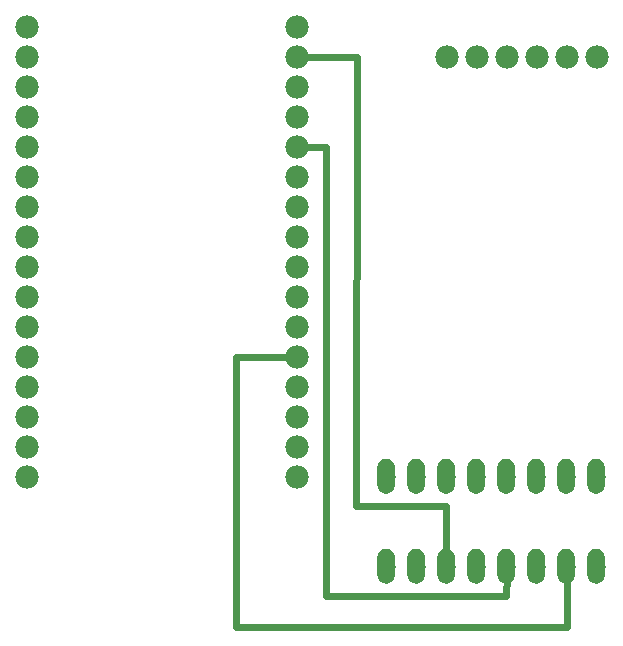
<source format=gtl>
G04 MADE WITH FRITZING*
G04 WWW.FRITZING.ORG*
G04 DOUBLE SIDED*
G04 HOLES PLATED*
G04 CONTOUR ON CENTER OF CONTOUR VECTOR*
%ASAXBY*%
%FSLAX23Y23*%
%MOIN*%
%OFA0B0*%
%SFA1.0B1.0*%
%ADD10C,0.078000*%
%ADD11C,0.058189*%
%ADD12C,0.024000*%
%ADD13R,0.001000X0.001000*%
%LNCOPPER1*%
G90*
G70*
G54D10*
X1531Y2077D03*
X1631Y2077D03*
X1731Y2077D03*
X1831Y2077D03*
X1931Y2077D03*
X2031Y2077D03*
G54D11*
X1331Y377D03*
X1431Y377D03*
X1931Y377D03*
X2031Y377D03*
X1531Y377D03*
X1631Y377D03*
X1831Y377D03*
X1731Y377D03*
X2031Y677D03*
X1931Y677D03*
X1831Y677D03*
X1731Y677D03*
X1631Y677D03*
X1531Y677D03*
X1431Y677D03*
X1331Y677D03*
X1331Y377D03*
X1431Y377D03*
X1931Y377D03*
X2031Y377D03*
X1531Y377D03*
X1631Y377D03*
X1831Y377D03*
X1731Y377D03*
X2031Y677D03*
X1931Y677D03*
X1831Y677D03*
X1731Y677D03*
X1631Y677D03*
X1531Y677D03*
X1431Y677D03*
X1331Y677D03*
G54D10*
X1031Y2177D03*
X1031Y2077D03*
X1031Y1977D03*
X1031Y1877D03*
X1031Y1777D03*
X1031Y1677D03*
X1031Y1577D03*
X1031Y1477D03*
X1031Y1377D03*
X1031Y1277D03*
X1031Y1177D03*
X1031Y1077D03*
X1031Y977D03*
X1031Y877D03*
X1031Y777D03*
X1031Y677D03*
X131Y2177D03*
X131Y2077D03*
X131Y1977D03*
X131Y1877D03*
X131Y1777D03*
X131Y1677D03*
X131Y1577D03*
X131Y1477D03*
X131Y1377D03*
X131Y1277D03*
X131Y1177D03*
X131Y1077D03*
X131Y977D03*
X131Y877D03*
X131Y777D03*
X131Y677D03*
G54D12*
X1730Y278D02*
X1130Y278D01*
D02*
X1130Y278D02*
X1130Y1777D01*
D02*
X1130Y1777D02*
X1061Y1777D01*
D02*
X1731Y347D02*
X1730Y278D01*
D02*
X1932Y176D02*
X830Y176D01*
D02*
X830Y176D02*
X830Y1077D01*
D02*
X830Y1077D02*
X1001Y1077D01*
D02*
X1931Y347D02*
X1932Y176D01*
D02*
X1529Y578D02*
X1229Y578D01*
D02*
X1229Y578D02*
X1232Y2076D01*
D02*
X1232Y2076D02*
X1061Y2077D01*
D02*
X1530Y407D02*
X1529Y578D01*
G54D13*
X1324Y736D02*
X1336Y736D01*
X1424Y736D02*
X1436Y736D01*
X1524Y736D02*
X1536Y736D01*
X1624Y736D02*
X1635Y736D01*
X1724Y736D02*
X1735Y736D01*
X1824Y736D02*
X1835Y736D01*
X1924Y736D02*
X1935Y736D01*
X2024Y736D02*
X2035Y736D01*
X1321Y735D02*
X1339Y735D01*
X1421Y735D02*
X1439Y735D01*
X1520Y735D02*
X1539Y735D01*
X1620Y735D02*
X1639Y735D01*
X1720Y735D02*
X1739Y735D01*
X1820Y735D02*
X1839Y735D01*
X1920Y735D02*
X1939Y735D01*
X2020Y735D02*
X2039Y735D01*
X1318Y734D02*
X1341Y734D01*
X1418Y734D02*
X1441Y734D01*
X1518Y734D02*
X1541Y734D01*
X1618Y734D02*
X1641Y734D01*
X1718Y734D02*
X1741Y734D01*
X1818Y734D02*
X1841Y734D01*
X1918Y734D02*
X1941Y734D01*
X2018Y734D02*
X2041Y734D01*
X1316Y733D02*
X1343Y733D01*
X1416Y733D02*
X1443Y733D01*
X1516Y733D02*
X1543Y733D01*
X1616Y733D02*
X1643Y733D01*
X1716Y733D02*
X1743Y733D01*
X1816Y733D02*
X1843Y733D01*
X1916Y733D02*
X1943Y733D01*
X2016Y733D02*
X2043Y733D01*
X1314Y732D02*
X1345Y732D01*
X1414Y732D02*
X1445Y732D01*
X1514Y732D02*
X1545Y732D01*
X1614Y732D02*
X1645Y732D01*
X1714Y732D02*
X1745Y732D01*
X1814Y732D02*
X1845Y732D01*
X1914Y732D02*
X1945Y732D01*
X2014Y732D02*
X2045Y732D01*
X1313Y731D02*
X1347Y731D01*
X1413Y731D02*
X1447Y731D01*
X1513Y731D02*
X1546Y731D01*
X1613Y731D02*
X1646Y731D01*
X1713Y731D02*
X1746Y731D01*
X1813Y731D02*
X1846Y731D01*
X1913Y731D02*
X1946Y731D01*
X2013Y731D02*
X2046Y731D01*
X1312Y730D02*
X1348Y730D01*
X1412Y730D02*
X1448Y730D01*
X1512Y730D02*
X1548Y730D01*
X1612Y730D02*
X1648Y730D01*
X1712Y730D02*
X1748Y730D01*
X1812Y730D02*
X1848Y730D01*
X1912Y730D02*
X1948Y730D01*
X2012Y730D02*
X2048Y730D01*
X1311Y729D02*
X1349Y729D01*
X1411Y729D02*
X1449Y729D01*
X1511Y729D02*
X1549Y729D01*
X1611Y729D02*
X1649Y729D01*
X1710Y729D02*
X1749Y729D01*
X1810Y729D02*
X1849Y729D01*
X1910Y729D02*
X1949Y729D01*
X2010Y729D02*
X2049Y729D01*
X1310Y728D02*
X1350Y728D01*
X1410Y728D02*
X1450Y728D01*
X1509Y728D02*
X1550Y728D01*
X1609Y728D02*
X1650Y728D01*
X1709Y728D02*
X1750Y728D01*
X1809Y728D02*
X1850Y728D01*
X1909Y728D02*
X1950Y728D01*
X2009Y728D02*
X2050Y728D01*
X1309Y727D02*
X1351Y727D01*
X1409Y727D02*
X1451Y727D01*
X1509Y727D02*
X1551Y727D01*
X1609Y727D02*
X1651Y727D01*
X1709Y727D02*
X1751Y727D01*
X1808Y727D02*
X1851Y727D01*
X1908Y727D02*
X1951Y727D01*
X2008Y727D02*
X2051Y727D01*
X1308Y726D02*
X1352Y726D01*
X1408Y726D02*
X1452Y726D01*
X1508Y726D02*
X1552Y726D01*
X1608Y726D02*
X1652Y726D01*
X1708Y726D02*
X1752Y726D01*
X1808Y726D02*
X1852Y726D01*
X1908Y726D02*
X1952Y726D01*
X2008Y726D02*
X2052Y726D01*
X1307Y725D02*
X1353Y725D01*
X1407Y725D02*
X1453Y725D01*
X1507Y725D02*
X1552Y725D01*
X1607Y725D02*
X1652Y725D01*
X1707Y725D02*
X1752Y725D01*
X1807Y725D02*
X1852Y725D01*
X1907Y725D02*
X1952Y725D01*
X2007Y725D02*
X2052Y725D01*
X1306Y724D02*
X1353Y724D01*
X1406Y724D02*
X1453Y724D01*
X1506Y724D02*
X1553Y724D01*
X1606Y724D02*
X1653Y724D01*
X1706Y724D02*
X1753Y724D01*
X1806Y724D02*
X1853Y724D01*
X1906Y724D02*
X1953Y724D01*
X2006Y724D02*
X2053Y724D01*
X1306Y723D02*
X1354Y723D01*
X1406Y723D02*
X1454Y723D01*
X1506Y723D02*
X1554Y723D01*
X1606Y723D02*
X1654Y723D01*
X1705Y723D02*
X1754Y723D01*
X1805Y723D02*
X1854Y723D01*
X1905Y723D02*
X1954Y723D01*
X2005Y723D02*
X2054Y723D01*
X1305Y722D02*
X1355Y722D01*
X1405Y722D02*
X1455Y722D01*
X1505Y722D02*
X1554Y722D01*
X1605Y722D02*
X1654Y722D01*
X1705Y722D02*
X1754Y722D01*
X1805Y722D02*
X1854Y722D01*
X1905Y722D02*
X1954Y722D01*
X2005Y722D02*
X2054Y722D01*
X1304Y721D02*
X1355Y721D01*
X1404Y721D02*
X1455Y721D01*
X1504Y721D02*
X1555Y721D01*
X1604Y721D02*
X1655Y721D01*
X1704Y721D02*
X1755Y721D01*
X1804Y721D02*
X1855Y721D01*
X1904Y721D02*
X1955Y721D01*
X2004Y721D02*
X2055Y721D01*
X1304Y720D02*
X1356Y720D01*
X1404Y720D02*
X1456Y720D01*
X1504Y720D02*
X1556Y720D01*
X1604Y720D02*
X1655Y720D01*
X1704Y720D02*
X1755Y720D01*
X1804Y720D02*
X1855Y720D01*
X1904Y720D02*
X1955Y720D01*
X2004Y720D02*
X2055Y720D01*
X1304Y719D02*
X1356Y719D01*
X1403Y719D02*
X1456Y719D01*
X1503Y719D02*
X1556Y719D01*
X1603Y719D02*
X1656Y719D01*
X1703Y719D02*
X1756Y719D01*
X1803Y719D02*
X1856Y719D01*
X1903Y719D02*
X1956Y719D01*
X2003Y719D02*
X2056Y719D01*
X1303Y718D02*
X1356Y718D01*
X1403Y718D02*
X1456Y718D01*
X1503Y718D02*
X1556Y718D01*
X1603Y718D02*
X1656Y718D01*
X1703Y718D02*
X1756Y718D01*
X1803Y718D02*
X1856Y718D01*
X1903Y718D02*
X1956Y718D01*
X2003Y718D02*
X2056Y718D01*
X1303Y717D02*
X1357Y717D01*
X1403Y717D02*
X1457Y717D01*
X1503Y717D02*
X1557Y717D01*
X1603Y717D02*
X1657Y717D01*
X1703Y717D02*
X1757Y717D01*
X1803Y717D02*
X1857Y717D01*
X1903Y717D02*
X1957Y717D01*
X2003Y717D02*
X2057Y717D01*
X1302Y716D02*
X1357Y716D01*
X1402Y716D02*
X1457Y716D01*
X1502Y716D02*
X1557Y716D01*
X1602Y716D02*
X1657Y716D01*
X1702Y716D02*
X1757Y716D01*
X1802Y716D02*
X1857Y716D01*
X1902Y716D02*
X1957Y716D01*
X2002Y716D02*
X2057Y716D01*
X1302Y715D02*
X1357Y715D01*
X1402Y715D02*
X1457Y715D01*
X1502Y715D02*
X1557Y715D01*
X1602Y715D02*
X1657Y715D01*
X1702Y715D02*
X1757Y715D01*
X1802Y715D02*
X1857Y715D01*
X1902Y715D02*
X1957Y715D01*
X2002Y715D02*
X2057Y715D01*
X1302Y714D02*
X1358Y714D01*
X1402Y714D02*
X1458Y714D01*
X1502Y714D02*
X1558Y714D01*
X1602Y714D02*
X1658Y714D01*
X1702Y714D02*
X1758Y714D01*
X1802Y714D02*
X1857Y714D01*
X1902Y714D02*
X1957Y714D01*
X2002Y714D02*
X2057Y714D01*
X1302Y713D02*
X1358Y713D01*
X1402Y713D02*
X1458Y713D01*
X1502Y713D02*
X1558Y713D01*
X1602Y713D02*
X1658Y713D01*
X1702Y713D02*
X1758Y713D01*
X1802Y713D02*
X1858Y713D01*
X1902Y713D02*
X1958Y713D01*
X2001Y713D02*
X2058Y713D01*
X1302Y712D02*
X1358Y712D01*
X1402Y712D02*
X1458Y712D01*
X1501Y712D02*
X1558Y712D01*
X1601Y712D02*
X1658Y712D01*
X1701Y712D02*
X1758Y712D01*
X1801Y712D02*
X1858Y712D01*
X1901Y712D02*
X1958Y712D01*
X2001Y712D02*
X2058Y712D01*
X1301Y711D02*
X1358Y711D01*
X1401Y711D02*
X1458Y711D01*
X1501Y711D02*
X1558Y711D01*
X1601Y711D02*
X1658Y711D01*
X1701Y711D02*
X1758Y711D01*
X1801Y711D02*
X1858Y711D01*
X1901Y711D02*
X1958Y711D01*
X2001Y711D02*
X2058Y711D01*
X1301Y710D02*
X1358Y710D01*
X1401Y710D02*
X1458Y710D01*
X1501Y710D02*
X1558Y710D01*
X1601Y710D02*
X1658Y710D01*
X1701Y710D02*
X1758Y710D01*
X1801Y710D02*
X1858Y710D01*
X1901Y710D02*
X1958Y710D01*
X2001Y710D02*
X2058Y710D01*
X1301Y709D02*
X1358Y709D01*
X1401Y709D02*
X1458Y709D01*
X1501Y709D02*
X1558Y709D01*
X1601Y709D02*
X1658Y709D01*
X1701Y709D02*
X1758Y709D01*
X1801Y709D02*
X1858Y709D01*
X1901Y709D02*
X1958Y709D01*
X2001Y709D02*
X2058Y709D01*
X1301Y708D02*
X1358Y708D01*
X1401Y708D02*
X1458Y708D01*
X1501Y708D02*
X1558Y708D01*
X1601Y708D02*
X1658Y708D01*
X1701Y708D02*
X1758Y708D01*
X1801Y708D02*
X1858Y708D01*
X1901Y708D02*
X1958Y708D01*
X2001Y708D02*
X2058Y708D01*
X1301Y707D02*
X1358Y707D01*
X1401Y707D02*
X1458Y707D01*
X1501Y707D02*
X1558Y707D01*
X1601Y707D02*
X1658Y707D01*
X1701Y707D02*
X1758Y707D01*
X1801Y707D02*
X1858Y707D01*
X1901Y707D02*
X1958Y707D01*
X2001Y707D02*
X2058Y707D01*
X1301Y706D02*
X1358Y706D01*
X1401Y706D02*
X1458Y706D01*
X1501Y706D02*
X1558Y706D01*
X1601Y706D02*
X1658Y706D01*
X1701Y706D02*
X1758Y706D01*
X1801Y706D02*
X1858Y706D01*
X1901Y706D02*
X1958Y706D01*
X2001Y706D02*
X2058Y706D01*
X1301Y705D02*
X1358Y705D01*
X1401Y705D02*
X1458Y705D01*
X1501Y705D02*
X1558Y705D01*
X1601Y705D02*
X1658Y705D01*
X1701Y705D02*
X1758Y705D01*
X1801Y705D02*
X1858Y705D01*
X1901Y705D02*
X1958Y705D01*
X2001Y705D02*
X2058Y705D01*
X1301Y704D02*
X1358Y704D01*
X1401Y704D02*
X1458Y704D01*
X1501Y704D02*
X1558Y704D01*
X1601Y704D02*
X1658Y704D01*
X1701Y704D02*
X1758Y704D01*
X1801Y704D02*
X1858Y704D01*
X1901Y704D02*
X1958Y704D01*
X2001Y704D02*
X2058Y704D01*
X1301Y703D02*
X1358Y703D01*
X1401Y703D02*
X1458Y703D01*
X1501Y703D02*
X1558Y703D01*
X1601Y703D02*
X1658Y703D01*
X1701Y703D02*
X1758Y703D01*
X1801Y703D02*
X1858Y703D01*
X1901Y703D02*
X1958Y703D01*
X2001Y703D02*
X2058Y703D01*
X1301Y702D02*
X1358Y702D01*
X1401Y702D02*
X1458Y702D01*
X1501Y702D02*
X1558Y702D01*
X1601Y702D02*
X1658Y702D01*
X1701Y702D02*
X1758Y702D01*
X1801Y702D02*
X1858Y702D01*
X1901Y702D02*
X1958Y702D01*
X2001Y702D02*
X2058Y702D01*
X1301Y701D02*
X1358Y701D01*
X1401Y701D02*
X1458Y701D01*
X1501Y701D02*
X1558Y701D01*
X1601Y701D02*
X1658Y701D01*
X1701Y701D02*
X1758Y701D01*
X1801Y701D02*
X1858Y701D01*
X1901Y701D02*
X1958Y701D01*
X2001Y701D02*
X2058Y701D01*
X1301Y700D02*
X1358Y700D01*
X1401Y700D02*
X1458Y700D01*
X1501Y700D02*
X1558Y700D01*
X1601Y700D02*
X1658Y700D01*
X1701Y700D02*
X1758Y700D01*
X1801Y700D02*
X1858Y700D01*
X1901Y700D02*
X1958Y700D01*
X2001Y700D02*
X2058Y700D01*
X1301Y699D02*
X1358Y699D01*
X1401Y699D02*
X1458Y699D01*
X1501Y699D02*
X1558Y699D01*
X1601Y699D02*
X1658Y699D01*
X1701Y699D02*
X1758Y699D01*
X1801Y699D02*
X1858Y699D01*
X1901Y699D02*
X1958Y699D01*
X2001Y699D02*
X2058Y699D01*
X1301Y698D02*
X1358Y698D01*
X1401Y698D02*
X1458Y698D01*
X1501Y698D02*
X1558Y698D01*
X1601Y698D02*
X1658Y698D01*
X1701Y698D02*
X1758Y698D01*
X1801Y698D02*
X1858Y698D01*
X1901Y698D02*
X1958Y698D01*
X2001Y698D02*
X2058Y698D01*
X1301Y697D02*
X1325Y697D01*
X1335Y697D02*
X1358Y697D01*
X1401Y697D02*
X1425Y697D01*
X1435Y697D02*
X1458Y697D01*
X1501Y697D02*
X1525Y697D01*
X1535Y697D02*
X1558Y697D01*
X1601Y697D02*
X1625Y697D01*
X1635Y697D02*
X1658Y697D01*
X1701Y697D02*
X1725Y697D01*
X1735Y697D02*
X1758Y697D01*
X1801Y697D02*
X1825Y697D01*
X1835Y697D02*
X1858Y697D01*
X1901Y697D02*
X1924Y697D01*
X1935Y697D02*
X1958Y697D01*
X2001Y697D02*
X2024Y697D01*
X2035Y697D02*
X2058Y697D01*
X1301Y696D02*
X1322Y696D01*
X1338Y696D02*
X1358Y696D01*
X1401Y696D02*
X1422Y696D01*
X1438Y696D02*
X1458Y696D01*
X1501Y696D02*
X1522Y696D01*
X1538Y696D02*
X1558Y696D01*
X1601Y696D02*
X1622Y696D01*
X1638Y696D02*
X1658Y696D01*
X1701Y696D02*
X1722Y696D01*
X1738Y696D02*
X1758Y696D01*
X1801Y696D02*
X1821Y696D01*
X1838Y696D02*
X1858Y696D01*
X1901Y696D02*
X1921Y696D01*
X1938Y696D02*
X1958Y696D01*
X2001Y696D02*
X2021Y696D01*
X2038Y696D02*
X2058Y696D01*
X1301Y695D02*
X1320Y695D01*
X1340Y695D02*
X1358Y695D01*
X1401Y695D02*
X1420Y695D01*
X1440Y695D02*
X1458Y695D01*
X1501Y695D02*
X1520Y695D01*
X1540Y695D02*
X1558Y695D01*
X1601Y695D02*
X1620Y695D01*
X1640Y695D02*
X1658Y695D01*
X1701Y695D02*
X1720Y695D01*
X1740Y695D02*
X1758Y695D01*
X1801Y695D02*
X1820Y695D01*
X1840Y695D02*
X1858Y695D01*
X1901Y695D02*
X1920Y695D01*
X1940Y695D02*
X1958Y695D01*
X2001Y695D02*
X2020Y695D01*
X2040Y695D02*
X2058Y695D01*
X1301Y694D02*
X1318Y694D01*
X1341Y694D02*
X1358Y694D01*
X1401Y694D02*
X1418Y694D01*
X1441Y694D02*
X1458Y694D01*
X1501Y694D02*
X1518Y694D01*
X1541Y694D02*
X1558Y694D01*
X1601Y694D02*
X1618Y694D01*
X1641Y694D02*
X1658Y694D01*
X1701Y694D02*
X1718Y694D01*
X1741Y694D02*
X1758Y694D01*
X1801Y694D02*
X1818Y694D01*
X1841Y694D02*
X1858Y694D01*
X1901Y694D02*
X1918Y694D01*
X1941Y694D02*
X1958Y694D01*
X2001Y694D02*
X2018Y694D01*
X2041Y694D02*
X2058Y694D01*
X1301Y693D02*
X1317Y693D01*
X1343Y693D02*
X1358Y693D01*
X1401Y693D02*
X1417Y693D01*
X1443Y693D02*
X1458Y693D01*
X1501Y693D02*
X1517Y693D01*
X1543Y693D02*
X1558Y693D01*
X1601Y693D02*
X1617Y693D01*
X1643Y693D02*
X1658Y693D01*
X1701Y693D02*
X1717Y693D01*
X1742Y693D02*
X1758Y693D01*
X1801Y693D02*
X1817Y693D01*
X1842Y693D02*
X1858Y693D01*
X1901Y693D02*
X1917Y693D01*
X1942Y693D02*
X1958Y693D01*
X2001Y693D02*
X2017Y693D01*
X2042Y693D02*
X2058Y693D01*
X1301Y692D02*
X1316Y692D01*
X1344Y692D02*
X1358Y692D01*
X1401Y692D02*
X1416Y692D01*
X1444Y692D02*
X1458Y692D01*
X1501Y692D02*
X1516Y692D01*
X1544Y692D02*
X1558Y692D01*
X1601Y692D02*
X1616Y692D01*
X1644Y692D02*
X1658Y692D01*
X1701Y692D02*
X1716Y692D01*
X1744Y692D02*
X1758Y692D01*
X1801Y692D02*
X1816Y692D01*
X1844Y692D02*
X1858Y692D01*
X1901Y692D02*
X1916Y692D01*
X1944Y692D02*
X1958Y692D01*
X2001Y692D02*
X2016Y692D01*
X2044Y692D02*
X2058Y692D01*
X1301Y691D02*
X1315Y691D01*
X1345Y691D02*
X1358Y691D01*
X1401Y691D02*
X1415Y691D01*
X1445Y691D02*
X1458Y691D01*
X1501Y691D02*
X1515Y691D01*
X1545Y691D02*
X1558Y691D01*
X1601Y691D02*
X1615Y691D01*
X1645Y691D02*
X1658Y691D01*
X1701Y691D02*
X1715Y691D01*
X1744Y691D02*
X1758Y691D01*
X1801Y691D02*
X1815Y691D01*
X1844Y691D02*
X1858Y691D01*
X1901Y691D02*
X1915Y691D01*
X1944Y691D02*
X1958Y691D01*
X2001Y691D02*
X2015Y691D01*
X2044Y691D02*
X2058Y691D01*
X1301Y690D02*
X1314Y690D01*
X1345Y690D02*
X1358Y690D01*
X1401Y690D02*
X1414Y690D01*
X1445Y690D02*
X1458Y690D01*
X1501Y690D02*
X1514Y690D01*
X1545Y690D02*
X1558Y690D01*
X1601Y690D02*
X1614Y690D01*
X1645Y690D02*
X1658Y690D01*
X1701Y690D02*
X1714Y690D01*
X1745Y690D02*
X1758Y690D01*
X1801Y690D02*
X1814Y690D01*
X1845Y690D02*
X1858Y690D01*
X1901Y690D02*
X1914Y690D01*
X1945Y690D02*
X1958Y690D01*
X2001Y690D02*
X2014Y690D01*
X2045Y690D02*
X2058Y690D01*
X1301Y689D02*
X1313Y689D01*
X1346Y689D02*
X1358Y689D01*
X1401Y689D02*
X1413Y689D01*
X1446Y689D02*
X1458Y689D01*
X1501Y689D02*
X1513Y689D01*
X1546Y689D02*
X1558Y689D01*
X1601Y689D02*
X1613Y689D01*
X1646Y689D02*
X1658Y689D01*
X1701Y689D02*
X1713Y689D01*
X1746Y689D02*
X1758Y689D01*
X1801Y689D02*
X1813Y689D01*
X1846Y689D02*
X1858Y689D01*
X1901Y689D02*
X1913Y689D01*
X1946Y689D02*
X1958Y689D01*
X2001Y689D02*
X2013Y689D01*
X2046Y689D02*
X2058Y689D01*
X1301Y688D02*
X1313Y688D01*
X1347Y688D02*
X1358Y688D01*
X1401Y688D02*
X1413Y688D01*
X1447Y688D02*
X1458Y688D01*
X1501Y688D02*
X1513Y688D01*
X1547Y688D02*
X1558Y688D01*
X1601Y688D02*
X1613Y688D01*
X1647Y688D02*
X1658Y688D01*
X1701Y688D02*
X1713Y688D01*
X1747Y688D02*
X1758Y688D01*
X1801Y688D02*
X1813Y688D01*
X1847Y688D02*
X1858Y688D01*
X1901Y688D02*
X1913Y688D01*
X1947Y688D02*
X1958Y688D01*
X2001Y688D02*
X2013Y688D01*
X2047Y688D02*
X2058Y688D01*
X1301Y687D02*
X1312Y687D01*
X1347Y687D02*
X1358Y687D01*
X1401Y687D02*
X1412Y687D01*
X1447Y687D02*
X1458Y687D01*
X1501Y687D02*
X1512Y687D01*
X1547Y687D02*
X1558Y687D01*
X1601Y687D02*
X1612Y687D01*
X1647Y687D02*
X1658Y687D01*
X1701Y687D02*
X1712Y687D01*
X1747Y687D02*
X1758Y687D01*
X1801Y687D02*
X1812Y687D01*
X1847Y687D02*
X1858Y687D01*
X1901Y687D02*
X1912Y687D01*
X1947Y687D02*
X1958Y687D01*
X2001Y687D02*
X2012Y687D01*
X2047Y687D02*
X2058Y687D01*
X1301Y686D02*
X1312Y686D01*
X1348Y686D02*
X1358Y686D01*
X1401Y686D02*
X1412Y686D01*
X1448Y686D02*
X1458Y686D01*
X1501Y686D02*
X1512Y686D01*
X1548Y686D02*
X1558Y686D01*
X1601Y686D02*
X1612Y686D01*
X1648Y686D02*
X1658Y686D01*
X1701Y686D02*
X1712Y686D01*
X1748Y686D02*
X1758Y686D01*
X1801Y686D02*
X1812Y686D01*
X1848Y686D02*
X1858Y686D01*
X1901Y686D02*
X1912Y686D01*
X1948Y686D02*
X1958Y686D01*
X2001Y686D02*
X2012Y686D01*
X2048Y686D02*
X2058Y686D01*
X1301Y685D02*
X1311Y685D01*
X1348Y685D02*
X1358Y685D01*
X1401Y685D02*
X1411Y685D01*
X1448Y685D02*
X1458Y685D01*
X1501Y685D02*
X1511Y685D01*
X1548Y685D02*
X1558Y685D01*
X1601Y685D02*
X1611Y685D01*
X1648Y685D02*
X1658Y685D01*
X1701Y685D02*
X1711Y685D01*
X1748Y685D02*
X1758Y685D01*
X1801Y685D02*
X1811Y685D01*
X1848Y685D02*
X1858Y685D01*
X1901Y685D02*
X1911Y685D01*
X1948Y685D02*
X1958Y685D01*
X2001Y685D02*
X2011Y685D01*
X2048Y685D02*
X2058Y685D01*
X1301Y684D02*
X1311Y684D01*
X1348Y684D02*
X1358Y684D01*
X1401Y684D02*
X1411Y684D01*
X1448Y684D02*
X1458Y684D01*
X1501Y684D02*
X1511Y684D01*
X1548Y684D02*
X1558Y684D01*
X1601Y684D02*
X1611Y684D01*
X1648Y684D02*
X1658Y684D01*
X1701Y684D02*
X1711Y684D01*
X1748Y684D02*
X1758Y684D01*
X1801Y684D02*
X1811Y684D01*
X1848Y684D02*
X1858Y684D01*
X1901Y684D02*
X1911Y684D01*
X1948Y684D02*
X1958Y684D01*
X2001Y684D02*
X2011Y684D01*
X2048Y684D02*
X2058Y684D01*
X1301Y683D02*
X1311Y683D01*
X1349Y683D02*
X1358Y683D01*
X1401Y683D02*
X1411Y683D01*
X1449Y683D02*
X1458Y683D01*
X1501Y683D02*
X1511Y683D01*
X1549Y683D02*
X1558Y683D01*
X1601Y683D02*
X1611Y683D01*
X1649Y683D02*
X1658Y683D01*
X1701Y683D02*
X1711Y683D01*
X1749Y683D02*
X1758Y683D01*
X1801Y683D02*
X1811Y683D01*
X1849Y683D02*
X1858Y683D01*
X1901Y683D02*
X1911Y683D01*
X1949Y683D02*
X1958Y683D01*
X2001Y683D02*
X2011Y683D01*
X2049Y683D02*
X2058Y683D01*
X1301Y682D02*
X1311Y682D01*
X1349Y682D02*
X1358Y682D01*
X1401Y682D02*
X1411Y682D01*
X1449Y682D02*
X1458Y682D01*
X1501Y682D02*
X1510Y682D01*
X1549Y682D02*
X1558Y682D01*
X1601Y682D02*
X1610Y682D01*
X1649Y682D02*
X1658Y682D01*
X1701Y682D02*
X1710Y682D01*
X1749Y682D02*
X1758Y682D01*
X1801Y682D02*
X1810Y682D01*
X1849Y682D02*
X1858Y682D01*
X1901Y682D02*
X1910Y682D01*
X1949Y682D02*
X1958Y682D01*
X2001Y682D02*
X2010Y682D01*
X2049Y682D02*
X2058Y682D01*
X1301Y681D02*
X1310Y681D01*
X1349Y681D02*
X1358Y681D01*
X1401Y681D02*
X1410Y681D01*
X1449Y681D02*
X1458Y681D01*
X1501Y681D02*
X1510Y681D01*
X1549Y681D02*
X1558Y681D01*
X1601Y681D02*
X1610Y681D01*
X1649Y681D02*
X1658Y681D01*
X1701Y681D02*
X1710Y681D01*
X1749Y681D02*
X1758Y681D01*
X1801Y681D02*
X1810Y681D01*
X1849Y681D02*
X1858Y681D01*
X1901Y681D02*
X1910Y681D01*
X1949Y681D02*
X1958Y681D01*
X2001Y681D02*
X2010Y681D01*
X2049Y681D02*
X2058Y681D01*
X1301Y680D02*
X1310Y680D01*
X1349Y680D02*
X1358Y680D01*
X1401Y680D02*
X1410Y680D01*
X1449Y680D02*
X1458Y680D01*
X1501Y680D02*
X1510Y680D01*
X1549Y680D02*
X1558Y680D01*
X1601Y680D02*
X1610Y680D01*
X1649Y680D02*
X1658Y680D01*
X1701Y680D02*
X1710Y680D01*
X1749Y680D02*
X1758Y680D01*
X1801Y680D02*
X1810Y680D01*
X1849Y680D02*
X1858Y680D01*
X1901Y680D02*
X1910Y680D01*
X1949Y680D02*
X1958Y680D01*
X2001Y680D02*
X2010Y680D01*
X2049Y680D02*
X2058Y680D01*
X1301Y679D02*
X1310Y679D01*
X1349Y679D02*
X1358Y679D01*
X1401Y679D02*
X1410Y679D01*
X1449Y679D02*
X1458Y679D01*
X1501Y679D02*
X1510Y679D01*
X1549Y679D02*
X1558Y679D01*
X1601Y679D02*
X1610Y679D01*
X1649Y679D02*
X1658Y679D01*
X1701Y679D02*
X1710Y679D01*
X1749Y679D02*
X1758Y679D01*
X1801Y679D02*
X1810Y679D01*
X1849Y679D02*
X1858Y679D01*
X1901Y679D02*
X1910Y679D01*
X1949Y679D02*
X1958Y679D01*
X2001Y679D02*
X2010Y679D01*
X2049Y679D02*
X2058Y679D01*
X1301Y678D02*
X1310Y678D01*
X1349Y678D02*
X1358Y678D01*
X1401Y678D02*
X1410Y678D01*
X1449Y678D02*
X1458Y678D01*
X1501Y678D02*
X1510Y678D01*
X1549Y678D02*
X1558Y678D01*
X1601Y678D02*
X1610Y678D01*
X1649Y678D02*
X1658Y678D01*
X1701Y678D02*
X1710Y678D01*
X1749Y678D02*
X1758Y678D01*
X1801Y678D02*
X1810Y678D01*
X1849Y678D02*
X1858Y678D01*
X1901Y678D02*
X1910Y678D01*
X1949Y678D02*
X1958Y678D01*
X2001Y678D02*
X2010Y678D01*
X2049Y678D02*
X2058Y678D01*
X1301Y677D02*
X1310Y677D01*
X1349Y677D02*
X1358Y677D01*
X1401Y677D02*
X1410Y677D01*
X1449Y677D02*
X1458Y677D01*
X1501Y677D02*
X1510Y677D01*
X1549Y677D02*
X1558Y677D01*
X1601Y677D02*
X1610Y677D01*
X1649Y677D02*
X1658Y677D01*
X1701Y677D02*
X1710Y677D01*
X1749Y677D02*
X1758Y677D01*
X1801Y677D02*
X1810Y677D01*
X1849Y677D02*
X1858Y677D01*
X1901Y677D02*
X1910Y677D01*
X1949Y677D02*
X1958Y677D01*
X2001Y677D02*
X2010Y677D01*
X2049Y677D02*
X2058Y677D01*
X1301Y676D02*
X1310Y676D01*
X1349Y676D02*
X1358Y676D01*
X1401Y676D02*
X1410Y676D01*
X1449Y676D02*
X1458Y676D01*
X1501Y676D02*
X1510Y676D01*
X1549Y676D02*
X1558Y676D01*
X1601Y676D02*
X1610Y676D01*
X1649Y676D02*
X1658Y676D01*
X1701Y676D02*
X1710Y676D01*
X1749Y676D02*
X1758Y676D01*
X1801Y676D02*
X1810Y676D01*
X1849Y676D02*
X1858Y676D01*
X1901Y676D02*
X1910Y676D01*
X1949Y676D02*
X1958Y676D01*
X2001Y676D02*
X2010Y676D01*
X2049Y676D02*
X2058Y676D01*
X1301Y675D02*
X1311Y675D01*
X1349Y675D02*
X1358Y675D01*
X1401Y675D02*
X1411Y675D01*
X1449Y675D02*
X1458Y675D01*
X1501Y675D02*
X1510Y675D01*
X1549Y675D02*
X1558Y675D01*
X1601Y675D02*
X1610Y675D01*
X1649Y675D02*
X1658Y675D01*
X1701Y675D02*
X1710Y675D01*
X1749Y675D02*
X1758Y675D01*
X1801Y675D02*
X1810Y675D01*
X1849Y675D02*
X1858Y675D01*
X1901Y675D02*
X1910Y675D01*
X1949Y675D02*
X1958Y675D01*
X2001Y675D02*
X2010Y675D01*
X2049Y675D02*
X2058Y675D01*
X1301Y674D02*
X1311Y674D01*
X1349Y674D02*
X1358Y674D01*
X1401Y674D02*
X1411Y674D01*
X1449Y674D02*
X1458Y674D01*
X1501Y674D02*
X1511Y674D01*
X1549Y674D02*
X1558Y674D01*
X1601Y674D02*
X1611Y674D01*
X1649Y674D02*
X1658Y674D01*
X1701Y674D02*
X1711Y674D01*
X1749Y674D02*
X1758Y674D01*
X1801Y674D02*
X1811Y674D01*
X1849Y674D02*
X1858Y674D01*
X1901Y674D02*
X1911Y674D01*
X1949Y674D02*
X1958Y674D01*
X2001Y674D02*
X2011Y674D01*
X2049Y674D02*
X2058Y674D01*
X1301Y673D02*
X1311Y673D01*
X1348Y673D02*
X1358Y673D01*
X1401Y673D02*
X1411Y673D01*
X1448Y673D02*
X1458Y673D01*
X1501Y673D02*
X1511Y673D01*
X1548Y673D02*
X1558Y673D01*
X1601Y673D02*
X1611Y673D01*
X1648Y673D02*
X1658Y673D01*
X1701Y673D02*
X1711Y673D01*
X1748Y673D02*
X1758Y673D01*
X1801Y673D02*
X1811Y673D01*
X1848Y673D02*
X1858Y673D01*
X1901Y673D02*
X1911Y673D01*
X1948Y673D02*
X1958Y673D01*
X2001Y673D02*
X2011Y673D01*
X2048Y673D02*
X2058Y673D01*
X1301Y672D02*
X1311Y672D01*
X1348Y672D02*
X1358Y672D01*
X1401Y672D02*
X1411Y672D01*
X1448Y672D02*
X1458Y672D01*
X1501Y672D02*
X1511Y672D01*
X1548Y672D02*
X1558Y672D01*
X1601Y672D02*
X1611Y672D01*
X1648Y672D02*
X1658Y672D01*
X1701Y672D02*
X1711Y672D01*
X1748Y672D02*
X1758Y672D01*
X1801Y672D02*
X1811Y672D01*
X1848Y672D02*
X1858Y672D01*
X1901Y672D02*
X1911Y672D01*
X1948Y672D02*
X1958Y672D01*
X2001Y672D02*
X2011Y672D01*
X2048Y672D02*
X2058Y672D01*
X1301Y671D02*
X1312Y671D01*
X1348Y671D02*
X1358Y671D01*
X1401Y671D02*
X1412Y671D01*
X1448Y671D02*
X1458Y671D01*
X1501Y671D02*
X1512Y671D01*
X1548Y671D02*
X1558Y671D01*
X1601Y671D02*
X1612Y671D01*
X1648Y671D02*
X1658Y671D01*
X1701Y671D02*
X1712Y671D01*
X1748Y671D02*
X1758Y671D01*
X1801Y671D02*
X1812Y671D01*
X1848Y671D02*
X1858Y671D01*
X1901Y671D02*
X1912Y671D01*
X1948Y671D02*
X1958Y671D01*
X2001Y671D02*
X2012Y671D01*
X2048Y671D02*
X2058Y671D01*
X1301Y670D02*
X1312Y670D01*
X1347Y670D02*
X1358Y670D01*
X1401Y670D02*
X1412Y670D01*
X1447Y670D02*
X1458Y670D01*
X1501Y670D02*
X1512Y670D01*
X1547Y670D02*
X1558Y670D01*
X1601Y670D02*
X1612Y670D01*
X1647Y670D02*
X1658Y670D01*
X1701Y670D02*
X1712Y670D01*
X1747Y670D02*
X1758Y670D01*
X1801Y670D02*
X1812Y670D01*
X1847Y670D02*
X1858Y670D01*
X1901Y670D02*
X1912Y670D01*
X1947Y670D02*
X1958Y670D01*
X2001Y670D02*
X2012Y670D01*
X2047Y670D02*
X2058Y670D01*
X1301Y669D02*
X1313Y669D01*
X1347Y669D02*
X1358Y669D01*
X1401Y669D02*
X1413Y669D01*
X1447Y669D02*
X1458Y669D01*
X1501Y669D02*
X1513Y669D01*
X1547Y669D02*
X1558Y669D01*
X1601Y669D02*
X1613Y669D01*
X1647Y669D02*
X1658Y669D01*
X1701Y669D02*
X1713Y669D01*
X1747Y669D02*
X1758Y669D01*
X1801Y669D02*
X1813Y669D01*
X1847Y669D02*
X1858Y669D01*
X1901Y669D02*
X1913Y669D01*
X1947Y669D02*
X1958Y669D01*
X2001Y669D02*
X2013Y669D01*
X2047Y669D02*
X2058Y669D01*
X1301Y668D02*
X1313Y668D01*
X1346Y668D02*
X1358Y668D01*
X1401Y668D02*
X1413Y668D01*
X1446Y668D02*
X1458Y668D01*
X1501Y668D02*
X1513Y668D01*
X1546Y668D02*
X1558Y668D01*
X1601Y668D02*
X1613Y668D01*
X1646Y668D02*
X1658Y668D01*
X1701Y668D02*
X1713Y668D01*
X1746Y668D02*
X1758Y668D01*
X1801Y668D02*
X1813Y668D01*
X1846Y668D02*
X1858Y668D01*
X1901Y668D02*
X1913Y668D01*
X1946Y668D02*
X1958Y668D01*
X2001Y668D02*
X2013Y668D01*
X2046Y668D02*
X2058Y668D01*
X1301Y667D02*
X1314Y667D01*
X1345Y667D02*
X1358Y667D01*
X1401Y667D02*
X1414Y667D01*
X1445Y667D02*
X1458Y667D01*
X1501Y667D02*
X1514Y667D01*
X1545Y667D02*
X1558Y667D01*
X1601Y667D02*
X1614Y667D01*
X1645Y667D02*
X1658Y667D01*
X1701Y667D02*
X1714Y667D01*
X1745Y667D02*
X1758Y667D01*
X1801Y667D02*
X1814Y667D01*
X1845Y667D02*
X1858Y667D01*
X1901Y667D02*
X1914Y667D01*
X1945Y667D02*
X1958Y667D01*
X2001Y667D02*
X2014Y667D01*
X2045Y667D02*
X2058Y667D01*
X1301Y666D02*
X1315Y666D01*
X1345Y666D02*
X1358Y666D01*
X1401Y666D02*
X1415Y666D01*
X1445Y666D02*
X1458Y666D01*
X1501Y666D02*
X1515Y666D01*
X1545Y666D02*
X1558Y666D01*
X1601Y666D02*
X1615Y666D01*
X1644Y666D02*
X1658Y666D01*
X1701Y666D02*
X1715Y666D01*
X1744Y666D02*
X1758Y666D01*
X1801Y666D02*
X1815Y666D01*
X1844Y666D02*
X1858Y666D01*
X1901Y666D02*
X1915Y666D01*
X1944Y666D02*
X1958Y666D01*
X2001Y666D02*
X2015Y666D01*
X2044Y666D02*
X2058Y666D01*
X1301Y665D02*
X1316Y665D01*
X1344Y665D02*
X1358Y665D01*
X1401Y665D02*
X1416Y665D01*
X1444Y665D02*
X1458Y665D01*
X1501Y665D02*
X1516Y665D01*
X1544Y665D02*
X1558Y665D01*
X1601Y665D02*
X1616Y665D01*
X1644Y665D02*
X1658Y665D01*
X1701Y665D02*
X1716Y665D01*
X1744Y665D02*
X1758Y665D01*
X1801Y665D02*
X1816Y665D01*
X1844Y665D02*
X1858Y665D01*
X1901Y665D02*
X1916Y665D01*
X1944Y665D02*
X1958Y665D01*
X2001Y665D02*
X2016Y665D01*
X2043Y665D02*
X2058Y665D01*
X1301Y664D02*
X1317Y664D01*
X1343Y664D02*
X1358Y664D01*
X1401Y664D02*
X1417Y664D01*
X1442Y664D02*
X1458Y664D01*
X1501Y664D02*
X1517Y664D01*
X1542Y664D02*
X1558Y664D01*
X1601Y664D02*
X1617Y664D01*
X1642Y664D02*
X1658Y664D01*
X1701Y664D02*
X1717Y664D01*
X1742Y664D02*
X1758Y664D01*
X1801Y664D02*
X1817Y664D01*
X1842Y664D02*
X1858Y664D01*
X1901Y664D02*
X1917Y664D01*
X1942Y664D02*
X1958Y664D01*
X2001Y664D02*
X2017Y664D01*
X2042Y664D02*
X2058Y664D01*
X1301Y663D02*
X1318Y663D01*
X1341Y663D02*
X1358Y663D01*
X1401Y663D02*
X1418Y663D01*
X1441Y663D02*
X1458Y663D01*
X1501Y663D02*
X1518Y663D01*
X1541Y663D02*
X1558Y663D01*
X1601Y663D02*
X1618Y663D01*
X1641Y663D02*
X1658Y663D01*
X1701Y663D02*
X1718Y663D01*
X1741Y663D02*
X1758Y663D01*
X1801Y663D02*
X1818Y663D01*
X1841Y663D02*
X1858Y663D01*
X1901Y663D02*
X1918Y663D01*
X1941Y663D02*
X1958Y663D01*
X2001Y663D02*
X2018Y663D01*
X2041Y663D02*
X2058Y663D01*
X1301Y662D02*
X1320Y662D01*
X1340Y662D02*
X1358Y662D01*
X1401Y662D02*
X1420Y662D01*
X1440Y662D02*
X1458Y662D01*
X1501Y662D02*
X1520Y662D01*
X1540Y662D02*
X1558Y662D01*
X1601Y662D02*
X1620Y662D01*
X1640Y662D02*
X1658Y662D01*
X1701Y662D02*
X1720Y662D01*
X1740Y662D02*
X1758Y662D01*
X1801Y662D02*
X1820Y662D01*
X1839Y662D02*
X1858Y662D01*
X1901Y662D02*
X1920Y662D01*
X1939Y662D02*
X1958Y662D01*
X2001Y662D02*
X2020Y662D01*
X2039Y662D02*
X2058Y662D01*
X1301Y661D02*
X1322Y661D01*
X1338Y661D02*
X1358Y661D01*
X1401Y661D02*
X1422Y661D01*
X1438Y661D02*
X1458Y661D01*
X1501Y661D02*
X1522Y661D01*
X1538Y661D02*
X1558Y661D01*
X1601Y661D02*
X1622Y661D01*
X1638Y661D02*
X1658Y661D01*
X1701Y661D02*
X1722Y661D01*
X1738Y661D02*
X1758Y661D01*
X1801Y661D02*
X1822Y661D01*
X1838Y661D02*
X1858Y661D01*
X1901Y661D02*
X1922Y661D01*
X1938Y661D02*
X1958Y661D01*
X2001Y661D02*
X2022Y661D01*
X2038Y661D02*
X2058Y661D01*
X1301Y660D02*
X1325Y660D01*
X1335Y660D02*
X1358Y660D01*
X1401Y660D02*
X1425Y660D01*
X1435Y660D02*
X1458Y660D01*
X1501Y660D02*
X1525Y660D01*
X1535Y660D02*
X1558Y660D01*
X1601Y660D02*
X1625Y660D01*
X1635Y660D02*
X1658Y660D01*
X1701Y660D02*
X1725Y660D01*
X1735Y660D02*
X1758Y660D01*
X1801Y660D02*
X1825Y660D01*
X1835Y660D02*
X1858Y660D01*
X1901Y660D02*
X1925Y660D01*
X1934Y660D02*
X1958Y660D01*
X2001Y660D02*
X2025Y660D01*
X2034Y660D02*
X2058Y660D01*
X1301Y659D02*
X1358Y659D01*
X1401Y659D02*
X1458Y659D01*
X1501Y659D02*
X1558Y659D01*
X1601Y659D02*
X1658Y659D01*
X1701Y659D02*
X1758Y659D01*
X1801Y659D02*
X1858Y659D01*
X1901Y659D02*
X1958Y659D01*
X2001Y659D02*
X2058Y659D01*
X1301Y658D02*
X1358Y658D01*
X1401Y658D02*
X1458Y658D01*
X1501Y658D02*
X1558Y658D01*
X1601Y658D02*
X1658Y658D01*
X1701Y658D02*
X1758Y658D01*
X1801Y658D02*
X1858Y658D01*
X1901Y658D02*
X1958Y658D01*
X2001Y658D02*
X2058Y658D01*
X1301Y657D02*
X1358Y657D01*
X1401Y657D02*
X1458Y657D01*
X1501Y657D02*
X1558Y657D01*
X1601Y657D02*
X1658Y657D01*
X1701Y657D02*
X1758Y657D01*
X1801Y657D02*
X1858Y657D01*
X1901Y657D02*
X1958Y657D01*
X2001Y657D02*
X2058Y657D01*
X1301Y656D02*
X1358Y656D01*
X1401Y656D02*
X1458Y656D01*
X1501Y656D02*
X1558Y656D01*
X1601Y656D02*
X1658Y656D01*
X1701Y656D02*
X1758Y656D01*
X1801Y656D02*
X1858Y656D01*
X1901Y656D02*
X1958Y656D01*
X2001Y656D02*
X2058Y656D01*
X1301Y655D02*
X1358Y655D01*
X1401Y655D02*
X1458Y655D01*
X1501Y655D02*
X1558Y655D01*
X1601Y655D02*
X1658Y655D01*
X1701Y655D02*
X1758Y655D01*
X1801Y655D02*
X1858Y655D01*
X1901Y655D02*
X1958Y655D01*
X2001Y655D02*
X2058Y655D01*
X1301Y654D02*
X1358Y654D01*
X1401Y654D02*
X1458Y654D01*
X1501Y654D02*
X1558Y654D01*
X1601Y654D02*
X1658Y654D01*
X1701Y654D02*
X1758Y654D01*
X1801Y654D02*
X1858Y654D01*
X1901Y654D02*
X1958Y654D01*
X2001Y654D02*
X2058Y654D01*
X1301Y653D02*
X1358Y653D01*
X1401Y653D02*
X1458Y653D01*
X1501Y653D02*
X1558Y653D01*
X1601Y653D02*
X1658Y653D01*
X1701Y653D02*
X1758Y653D01*
X1801Y653D02*
X1858Y653D01*
X1901Y653D02*
X1958Y653D01*
X2001Y653D02*
X2058Y653D01*
X1301Y652D02*
X1358Y652D01*
X1401Y652D02*
X1458Y652D01*
X1501Y652D02*
X1558Y652D01*
X1601Y652D02*
X1658Y652D01*
X1701Y652D02*
X1758Y652D01*
X1801Y652D02*
X1858Y652D01*
X1901Y652D02*
X1958Y652D01*
X2001Y652D02*
X2058Y652D01*
X1301Y651D02*
X1358Y651D01*
X1401Y651D02*
X1458Y651D01*
X1501Y651D02*
X1558Y651D01*
X1601Y651D02*
X1658Y651D01*
X1701Y651D02*
X1758Y651D01*
X1801Y651D02*
X1858Y651D01*
X1901Y651D02*
X1958Y651D01*
X2001Y651D02*
X2058Y651D01*
X1301Y650D02*
X1358Y650D01*
X1401Y650D02*
X1458Y650D01*
X1501Y650D02*
X1558Y650D01*
X1601Y650D02*
X1658Y650D01*
X1701Y650D02*
X1758Y650D01*
X1801Y650D02*
X1858Y650D01*
X1901Y650D02*
X1958Y650D01*
X2001Y650D02*
X2058Y650D01*
X1301Y649D02*
X1358Y649D01*
X1401Y649D02*
X1458Y649D01*
X1501Y649D02*
X1558Y649D01*
X1601Y649D02*
X1658Y649D01*
X1701Y649D02*
X1758Y649D01*
X1801Y649D02*
X1858Y649D01*
X1901Y649D02*
X1958Y649D01*
X2001Y649D02*
X2058Y649D01*
X1301Y648D02*
X1358Y648D01*
X1401Y648D02*
X1458Y648D01*
X1501Y648D02*
X1558Y648D01*
X1601Y648D02*
X1658Y648D01*
X1701Y648D02*
X1758Y648D01*
X1801Y648D02*
X1858Y648D01*
X1901Y648D02*
X1958Y648D01*
X2001Y648D02*
X2058Y648D01*
X1301Y647D02*
X1358Y647D01*
X1401Y647D02*
X1458Y647D01*
X1501Y647D02*
X1558Y647D01*
X1601Y647D02*
X1658Y647D01*
X1701Y647D02*
X1758Y647D01*
X1801Y647D02*
X1858Y647D01*
X1901Y647D02*
X1958Y647D01*
X2001Y647D02*
X2058Y647D01*
X1301Y646D02*
X1358Y646D01*
X1401Y646D02*
X1458Y646D01*
X1501Y646D02*
X1558Y646D01*
X1601Y646D02*
X1658Y646D01*
X1701Y646D02*
X1758Y646D01*
X1801Y646D02*
X1858Y646D01*
X1901Y646D02*
X1958Y646D01*
X2001Y646D02*
X2058Y646D01*
X1302Y645D02*
X1358Y645D01*
X1402Y645D02*
X1458Y645D01*
X1501Y645D02*
X1558Y645D01*
X1601Y645D02*
X1658Y645D01*
X1701Y645D02*
X1758Y645D01*
X1801Y645D02*
X1858Y645D01*
X1901Y645D02*
X1958Y645D01*
X2001Y645D02*
X2058Y645D01*
X1302Y644D02*
X1358Y644D01*
X1402Y644D02*
X1458Y644D01*
X1502Y644D02*
X1558Y644D01*
X1602Y644D02*
X1658Y644D01*
X1702Y644D02*
X1758Y644D01*
X1802Y644D02*
X1858Y644D01*
X1902Y644D02*
X1958Y644D01*
X2002Y644D02*
X2058Y644D01*
X1302Y643D02*
X1358Y643D01*
X1402Y643D02*
X1458Y643D01*
X1502Y643D02*
X1558Y643D01*
X1602Y643D02*
X1658Y643D01*
X1702Y643D02*
X1758Y643D01*
X1802Y643D02*
X1857Y643D01*
X1902Y643D02*
X1957Y643D01*
X2002Y643D02*
X2057Y643D01*
X1302Y642D02*
X1357Y642D01*
X1402Y642D02*
X1457Y642D01*
X1502Y642D02*
X1557Y642D01*
X1602Y642D02*
X1657Y642D01*
X1702Y642D02*
X1757Y642D01*
X1802Y642D02*
X1857Y642D01*
X1902Y642D02*
X1957Y642D01*
X2002Y642D02*
X2057Y642D01*
X1302Y641D02*
X1357Y641D01*
X1402Y641D02*
X1457Y641D01*
X1502Y641D02*
X1557Y641D01*
X1602Y641D02*
X1657Y641D01*
X1702Y641D02*
X1757Y641D01*
X1802Y641D02*
X1857Y641D01*
X1902Y641D02*
X1957Y641D01*
X2002Y641D02*
X2057Y641D01*
X1303Y640D02*
X1357Y640D01*
X1403Y640D02*
X1457Y640D01*
X1503Y640D02*
X1557Y640D01*
X1603Y640D02*
X1657Y640D01*
X1703Y640D02*
X1757Y640D01*
X1803Y640D02*
X1857Y640D01*
X1903Y640D02*
X1957Y640D01*
X2003Y640D02*
X2057Y640D01*
X1303Y639D02*
X1356Y639D01*
X1403Y639D02*
X1456Y639D01*
X1503Y639D02*
X1556Y639D01*
X1603Y639D02*
X1656Y639D01*
X1703Y639D02*
X1756Y639D01*
X1803Y639D02*
X1856Y639D01*
X1903Y639D02*
X1956Y639D01*
X2003Y639D02*
X2056Y639D01*
X1304Y638D02*
X1356Y638D01*
X1404Y638D02*
X1456Y638D01*
X1503Y638D02*
X1556Y638D01*
X1603Y638D02*
X1656Y638D01*
X1703Y638D02*
X1756Y638D01*
X1803Y638D02*
X1856Y638D01*
X1903Y638D02*
X1956Y638D01*
X2003Y638D02*
X2056Y638D01*
X1304Y637D02*
X1356Y637D01*
X1404Y637D02*
X1456Y637D01*
X1504Y637D02*
X1555Y637D01*
X1604Y637D02*
X1655Y637D01*
X1704Y637D02*
X1755Y637D01*
X1804Y637D02*
X1855Y637D01*
X1904Y637D02*
X1955Y637D01*
X2004Y637D02*
X2055Y637D01*
X1304Y636D02*
X1355Y636D01*
X1404Y636D02*
X1455Y636D01*
X1504Y636D02*
X1555Y636D01*
X1604Y636D02*
X1655Y636D01*
X1704Y636D02*
X1755Y636D01*
X1804Y636D02*
X1855Y636D01*
X1904Y636D02*
X1955Y636D01*
X2004Y636D02*
X2055Y636D01*
X1305Y635D02*
X1355Y635D01*
X1405Y635D02*
X1454Y635D01*
X1505Y635D02*
X1554Y635D01*
X1605Y635D02*
X1654Y635D01*
X1705Y635D02*
X1754Y635D01*
X1805Y635D02*
X1854Y635D01*
X1905Y635D02*
X1954Y635D01*
X2005Y635D02*
X2054Y635D01*
X1306Y634D02*
X1354Y634D01*
X1406Y634D02*
X1454Y634D01*
X1506Y634D02*
X1554Y634D01*
X1606Y634D02*
X1654Y634D01*
X1706Y634D02*
X1754Y634D01*
X1806Y634D02*
X1854Y634D01*
X1905Y634D02*
X1954Y634D01*
X2005Y634D02*
X2054Y634D01*
X1306Y633D02*
X1353Y633D01*
X1406Y633D02*
X1453Y633D01*
X1506Y633D02*
X1553Y633D01*
X1606Y633D02*
X1653Y633D01*
X1706Y633D02*
X1753Y633D01*
X1806Y633D02*
X1853Y633D01*
X1906Y633D02*
X1953Y633D01*
X2006Y633D02*
X2053Y633D01*
X1307Y632D02*
X1353Y632D01*
X1407Y632D02*
X1452Y632D01*
X1507Y632D02*
X1552Y632D01*
X1607Y632D02*
X1652Y632D01*
X1707Y632D02*
X1752Y632D01*
X1807Y632D02*
X1852Y632D01*
X1907Y632D02*
X1952Y632D01*
X2007Y632D02*
X2052Y632D01*
X1308Y631D02*
X1352Y631D01*
X1408Y631D02*
X1452Y631D01*
X1508Y631D02*
X1552Y631D01*
X1608Y631D02*
X1652Y631D01*
X1708Y631D02*
X1752Y631D01*
X1808Y631D02*
X1852Y631D01*
X1908Y631D02*
X1952Y631D01*
X2008Y631D02*
X2052Y631D01*
X1309Y630D02*
X1351Y630D01*
X1409Y630D02*
X1451Y630D01*
X1509Y630D02*
X1551Y630D01*
X1609Y630D02*
X1651Y630D01*
X1709Y630D02*
X1751Y630D01*
X1809Y630D02*
X1851Y630D01*
X1909Y630D02*
X1951Y630D01*
X2008Y630D02*
X2051Y630D01*
X1310Y629D02*
X1350Y629D01*
X1410Y629D02*
X1450Y629D01*
X1510Y629D02*
X1550Y629D01*
X1610Y629D02*
X1650Y629D01*
X1709Y629D02*
X1750Y629D01*
X1809Y629D02*
X1850Y629D01*
X1909Y629D02*
X1950Y629D01*
X2009Y629D02*
X2050Y629D01*
X1311Y628D02*
X1349Y628D01*
X1411Y628D02*
X1449Y628D01*
X1511Y628D02*
X1549Y628D01*
X1611Y628D02*
X1649Y628D01*
X1711Y628D02*
X1749Y628D01*
X1811Y628D02*
X1849Y628D01*
X1910Y628D02*
X1949Y628D01*
X2010Y628D02*
X2049Y628D01*
X1312Y627D02*
X1348Y627D01*
X1412Y627D02*
X1448Y627D01*
X1512Y627D02*
X1548Y627D01*
X1612Y627D02*
X1648Y627D01*
X1712Y627D02*
X1748Y627D01*
X1812Y627D02*
X1848Y627D01*
X1912Y627D02*
X1948Y627D01*
X2012Y627D02*
X2048Y627D01*
X1313Y626D02*
X1346Y626D01*
X1413Y626D02*
X1446Y626D01*
X1513Y626D02*
X1546Y626D01*
X1613Y626D02*
X1646Y626D01*
X1713Y626D02*
X1746Y626D01*
X1813Y626D02*
X1846Y626D01*
X1913Y626D02*
X1946Y626D01*
X2013Y626D02*
X2046Y626D01*
X1315Y625D02*
X1345Y625D01*
X1415Y625D02*
X1445Y625D01*
X1514Y625D02*
X1545Y625D01*
X1614Y625D02*
X1645Y625D01*
X1714Y625D02*
X1745Y625D01*
X1814Y625D02*
X1845Y625D01*
X1914Y625D02*
X1945Y625D01*
X2014Y625D02*
X2045Y625D01*
X1316Y624D02*
X1343Y624D01*
X1416Y624D02*
X1443Y624D01*
X1516Y624D02*
X1543Y624D01*
X1616Y624D02*
X1643Y624D01*
X1716Y624D02*
X1743Y624D01*
X1816Y624D02*
X1843Y624D01*
X1916Y624D02*
X1943Y624D01*
X2016Y624D02*
X2043Y624D01*
X1318Y623D02*
X1341Y623D01*
X1418Y623D02*
X1441Y623D01*
X1518Y623D02*
X1541Y623D01*
X1618Y623D02*
X1641Y623D01*
X1718Y623D02*
X1741Y623D01*
X1818Y623D02*
X1841Y623D01*
X1918Y623D02*
X1941Y623D01*
X2018Y623D02*
X2041Y623D01*
X1321Y622D02*
X1339Y622D01*
X1421Y622D02*
X1439Y622D01*
X1521Y622D02*
X1539Y622D01*
X1621Y622D02*
X1639Y622D01*
X1721Y622D02*
X1739Y622D01*
X1821Y622D02*
X1839Y622D01*
X1921Y622D02*
X1939Y622D01*
X2021Y622D02*
X2039Y622D01*
X1324Y621D02*
X1335Y621D01*
X1424Y621D02*
X1435Y621D01*
X1524Y621D02*
X1535Y621D01*
X1624Y621D02*
X1635Y621D01*
X1724Y621D02*
X1735Y621D01*
X1824Y621D02*
X1835Y621D01*
X1924Y621D02*
X1935Y621D01*
X2024Y621D02*
X2035Y621D01*
X1324Y436D02*
X1336Y436D01*
X1424Y436D02*
X1436Y436D01*
X1524Y436D02*
X1536Y436D01*
X1624Y436D02*
X1636Y436D01*
X1723Y436D02*
X1736Y436D01*
X1823Y436D02*
X1836Y436D01*
X1923Y436D02*
X1936Y436D01*
X2023Y436D02*
X2036Y436D01*
X1320Y435D02*
X1339Y435D01*
X1420Y435D02*
X1439Y435D01*
X1520Y435D02*
X1539Y435D01*
X1620Y435D02*
X1639Y435D01*
X1720Y435D02*
X1739Y435D01*
X1820Y435D02*
X1839Y435D01*
X1920Y435D02*
X1939Y435D01*
X2020Y435D02*
X2039Y435D01*
X1318Y434D02*
X1342Y434D01*
X1418Y434D02*
X1442Y434D01*
X1518Y434D02*
X1542Y434D01*
X1618Y434D02*
X1642Y434D01*
X1718Y434D02*
X1742Y434D01*
X1818Y434D02*
X1842Y434D01*
X1918Y434D02*
X1941Y434D01*
X2018Y434D02*
X2041Y434D01*
X1316Y433D02*
X1344Y433D01*
X1416Y433D02*
X1444Y433D01*
X1516Y433D02*
X1544Y433D01*
X1616Y433D02*
X1644Y433D01*
X1716Y433D02*
X1743Y433D01*
X1816Y433D02*
X1843Y433D01*
X1916Y433D02*
X1943Y433D01*
X2016Y433D02*
X2043Y433D01*
X1314Y432D02*
X1345Y432D01*
X1414Y432D02*
X1445Y432D01*
X1514Y432D02*
X1545Y432D01*
X1614Y432D02*
X1645Y432D01*
X1714Y432D02*
X1745Y432D01*
X1814Y432D02*
X1845Y432D01*
X1914Y432D02*
X1945Y432D01*
X2014Y432D02*
X2045Y432D01*
X1313Y431D02*
X1347Y431D01*
X1413Y431D02*
X1447Y431D01*
X1513Y431D02*
X1547Y431D01*
X1613Y431D02*
X1647Y431D01*
X1713Y431D02*
X1747Y431D01*
X1813Y431D02*
X1847Y431D01*
X1913Y431D02*
X1946Y431D01*
X2013Y431D02*
X2046Y431D01*
X1312Y430D02*
X1348Y430D01*
X1412Y430D02*
X1448Y430D01*
X1512Y430D02*
X1548Y430D01*
X1612Y430D02*
X1648Y430D01*
X1711Y430D02*
X1748Y430D01*
X1811Y430D02*
X1848Y430D01*
X1911Y430D02*
X1948Y430D01*
X2011Y430D02*
X2048Y430D01*
X1310Y429D02*
X1349Y429D01*
X1410Y429D02*
X1449Y429D01*
X1510Y429D02*
X1549Y429D01*
X1610Y429D02*
X1649Y429D01*
X1710Y429D02*
X1749Y429D01*
X1810Y429D02*
X1849Y429D01*
X1910Y429D02*
X1949Y429D01*
X2010Y429D02*
X2049Y429D01*
X1309Y428D02*
X1350Y428D01*
X1409Y428D02*
X1450Y428D01*
X1509Y428D02*
X1550Y428D01*
X1609Y428D02*
X1650Y428D01*
X1709Y428D02*
X1750Y428D01*
X1809Y428D02*
X1850Y428D01*
X1909Y428D02*
X1950Y428D01*
X2009Y428D02*
X2050Y428D01*
X1309Y427D02*
X1351Y427D01*
X1409Y427D02*
X1451Y427D01*
X1508Y427D02*
X1551Y427D01*
X1608Y427D02*
X1651Y427D01*
X1708Y427D02*
X1751Y427D01*
X1808Y427D02*
X1851Y427D01*
X1908Y427D02*
X1951Y427D01*
X2008Y427D02*
X2051Y427D01*
X1308Y426D02*
X1352Y426D01*
X1408Y426D02*
X1452Y426D01*
X1508Y426D02*
X1552Y426D01*
X1608Y426D02*
X1652Y426D01*
X1708Y426D02*
X1752Y426D01*
X1808Y426D02*
X1852Y426D01*
X1907Y426D02*
X1952Y426D01*
X2007Y426D02*
X2052Y426D01*
X1307Y425D02*
X1353Y425D01*
X1407Y425D02*
X1453Y425D01*
X1507Y425D02*
X1553Y425D01*
X1607Y425D02*
X1653Y425D01*
X1707Y425D02*
X1753Y425D01*
X1807Y425D02*
X1852Y425D01*
X1907Y425D02*
X1952Y425D01*
X2007Y425D02*
X2052Y425D01*
X1306Y424D02*
X1353Y424D01*
X1406Y424D02*
X1453Y424D01*
X1506Y424D02*
X1553Y424D01*
X1606Y424D02*
X1653Y424D01*
X1706Y424D02*
X1753Y424D01*
X1806Y424D02*
X1853Y424D01*
X1906Y424D02*
X1953Y424D01*
X2006Y424D02*
X2053Y424D01*
X1306Y423D02*
X1354Y423D01*
X1406Y423D02*
X1454Y423D01*
X1506Y423D02*
X1554Y423D01*
X1605Y423D02*
X1654Y423D01*
X1705Y423D02*
X1754Y423D01*
X1805Y423D02*
X1854Y423D01*
X1905Y423D02*
X1954Y423D01*
X2005Y423D02*
X2054Y423D01*
X1305Y422D02*
X1355Y422D01*
X1405Y422D02*
X1455Y422D01*
X1505Y422D02*
X1555Y422D01*
X1605Y422D02*
X1655Y422D01*
X1705Y422D02*
X1754Y422D01*
X1805Y422D02*
X1854Y422D01*
X1905Y422D02*
X1954Y422D01*
X2005Y422D02*
X2054Y422D01*
X1304Y421D02*
X1355Y421D01*
X1404Y421D02*
X1455Y421D01*
X1504Y421D02*
X1555Y421D01*
X1604Y421D02*
X1655Y421D01*
X1704Y421D02*
X1755Y421D01*
X1804Y421D02*
X1855Y421D01*
X1904Y421D02*
X1955Y421D01*
X2004Y421D02*
X2055Y421D01*
X1304Y420D02*
X1356Y420D01*
X1404Y420D02*
X1456Y420D01*
X1504Y420D02*
X1556Y420D01*
X1604Y420D02*
X1656Y420D01*
X1704Y420D02*
X1755Y420D01*
X1804Y420D02*
X1855Y420D01*
X1904Y420D02*
X1955Y420D01*
X2004Y420D02*
X2055Y420D01*
X1303Y419D02*
X1356Y419D01*
X1403Y419D02*
X1456Y419D01*
X1503Y419D02*
X1556Y419D01*
X1603Y419D02*
X1656Y419D01*
X1703Y419D02*
X1756Y419D01*
X1803Y419D02*
X1856Y419D01*
X1903Y419D02*
X1956Y419D01*
X2003Y419D02*
X2056Y419D01*
X1303Y418D02*
X1356Y418D01*
X1403Y418D02*
X1456Y418D01*
X1503Y418D02*
X1556Y418D01*
X1603Y418D02*
X1656Y418D01*
X1703Y418D02*
X1756Y418D01*
X1803Y418D02*
X1856Y418D01*
X1903Y418D02*
X1956Y418D01*
X2003Y418D02*
X2056Y418D01*
X1303Y417D02*
X1357Y417D01*
X1403Y417D02*
X1457Y417D01*
X1503Y417D02*
X1557Y417D01*
X1603Y417D02*
X1657Y417D01*
X1703Y417D02*
X1757Y417D01*
X1803Y417D02*
X1857Y417D01*
X1903Y417D02*
X1957Y417D01*
X2003Y417D02*
X2057Y417D01*
X1302Y416D02*
X1357Y416D01*
X1402Y416D02*
X1457Y416D01*
X1502Y416D02*
X1557Y416D01*
X1602Y416D02*
X1657Y416D01*
X1702Y416D02*
X1757Y416D01*
X1802Y416D02*
X1857Y416D01*
X1902Y416D02*
X1957Y416D01*
X2002Y416D02*
X2057Y416D01*
X1302Y415D02*
X1357Y415D01*
X1402Y415D02*
X1457Y415D01*
X1502Y415D02*
X1557Y415D01*
X1602Y415D02*
X1657Y415D01*
X1702Y415D02*
X1757Y415D01*
X1802Y415D02*
X1857Y415D01*
X1902Y415D02*
X1957Y415D01*
X2002Y415D02*
X2057Y415D01*
X1302Y414D02*
X1358Y414D01*
X1402Y414D02*
X1458Y414D01*
X1502Y414D02*
X1558Y414D01*
X1602Y414D02*
X1658Y414D01*
X1702Y414D02*
X1758Y414D01*
X1802Y414D02*
X1858Y414D01*
X1902Y414D02*
X1957Y414D01*
X2002Y414D02*
X2057Y414D01*
X1302Y413D02*
X1358Y413D01*
X1402Y413D02*
X1458Y413D01*
X1502Y413D02*
X1558Y413D01*
X1602Y413D02*
X1658Y413D01*
X1702Y413D02*
X1758Y413D01*
X1802Y413D02*
X1858Y413D01*
X1902Y413D02*
X1958Y413D01*
X2001Y413D02*
X2058Y413D01*
X1302Y412D02*
X1358Y412D01*
X1402Y412D02*
X1458Y412D01*
X1501Y412D02*
X1558Y412D01*
X1601Y412D02*
X1658Y412D01*
X1701Y412D02*
X1758Y412D01*
X1801Y412D02*
X1858Y412D01*
X1901Y412D02*
X1958Y412D01*
X2001Y412D02*
X2058Y412D01*
X1301Y411D02*
X1358Y411D01*
X1401Y411D02*
X1458Y411D01*
X1501Y411D02*
X1558Y411D01*
X1601Y411D02*
X1658Y411D01*
X1701Y411D02*
X1758Y411D01*
X1801Y411D02*
X1858Y411D01*
X1901Y411D02*
X1958Y411D01*
X2001Y411D02*
X2058Y411D01*
X1301Y410D02*
X1358Y410D01*
X1401Y410D02*
X1458Y410D01*
X1501Y410D02*
X1558Y410D01*
X1601Y410D02*
X1658Y410D01*
X1701Y410D02*
X1758Y410D01*
X1801Y410D02*
X1858Y410D01*
X1901Y410D02*
X1958Y410D01*
X2001Y410D02*
X2058Y410D01*
X1301Y409D02*
X1358Y409D01*
X1401Y409D02*
X1458Y409D01*
X1501Y409D02*
X1558Y409D01*
X1601Y409D02*
X1658Y409D01*
X1701Y409D02*
X1758Y409D01*
X1801Y409D02*
X1858Y409D01*
X1901Y409D02*
X1958Y409D01*
X2001Y409D02*
X2058Y409D01*
X1301Y408D02*
X1358Y408D01*
X1401Y408D02*
X1458Y408D01*
X1501Y408D02*
X1558Y408D01*
X1601Y408D02*
X1658Y408D01*
X1701Y408D02*
X1758Y408D01*
X1801Y408D02*
X1858Y408D01*
X1901Y408D02*
X1958Y408D01*
X2001Y408D02*
X2058Y408D01*
X1301Y407D02*
X1358Y407D01*
X1401Y407D02*
X1458Y407D01*
X1501Y407D02*
X1558Y407D01*
X1601Y407D02*
X1658Y407D01*
X1701Y407D02*
X1758Y407D01*
X1801Y407D02*
X1858Y407D01*
X1901Y407D02*
X1958Y407D01*
X2001Y407D02*
X2058Y407D01*
X1301Y406D02*
X1358Y406D01*
X1401Y406D02*
X1458Y406D01*
X1501Y406D02*
X1558Y406D01*
X1601Y406D02*
X1658Y406D01*
X1701Y406D02*
X1758Y406D01*
X1801Y406D02*
X1858Y406D01*
X1901Y406D02*
X1958Y406D01*
X2001Y406D02*
X2058Y406D01*
X1301Y405D02*
X1358Y405D01*
X1401Y405D02*
X1458Y405D01*
X1501Y405D02*
X1558Y405D01*
X1601Y405D02*
X1658Y405D01*
X1701Y405D02*
X1758Y405D01*
X1801Y405D02*
X1858Y405D01*
X1901Y405D02*
X1958Y405D01*
X2001Y405D02*
X2058Y405D01*
X1301Y404D02*
X1358Y404D01*
X1401Y404D02*
X1458Y404D01*
X1501Y404D02*
X1558Y404D01*
X1601Y404D02*
X1658Y404D01*
X1701Y404D02*
X1758Y404D01*
X1801Y404D02*
X1858Y404D01*
X1901Y404D02*
X1958Y404D01*
X2001Y404D02*
X2058Y404D01*
X1301Y403D02*
X1358Y403D01*
X1401Y403D02*
X1458Y403D01*
X1501Y403D02*
X1558Y403D01*
X1601Y403D02*
X1658Y403D01*
X1701Y403D02*
X1758Y403D01*
X1801Y403D02*
X1858Y403D01*
X1901Y403D02*
X1958Y403D01*
X2001Y403D02*
X2058Y403D01*
X1301Y402D02*
X1358Y402D01*
X1401Y402D02*
X1458Y402D01*
X1501Y402D02*
X1558Y402D01*
X1601Y402D02*
X1658Y402D01*
X1701Y402D02*
X1758Y402D01*
X1801Y402D02*
X1858Y402D01*
X1901Y402D02*
X1958Y402D01*
X2001Y402D02*
X2058Y402D01*
X1301Y401D02*
X1358Y401D01*
X1401Y401D02*
X1458Y401D01*
X1501Y401D02*
X1558Y401D01*
X1601Y401D02*
X1658Y401D01*
X1701Y401D02*
X1758Y401D01*
X1801Y401D02*
X1858Y401D01*
X1901Y401D02*
X1958Y401D01*
X2001Y401D02*
X2058Y401D01*
X1301Y400D02*
X1358Y400D01*
X1401Y400D02*
X1458Y400D01*
X1501Y400D02*
X1558Y400D01*
X1601Y400D02*
X1658Y400D01*
X1701Y400D02*
X1758Y400D01*
X1801Y400D02*
X1858Y400D01*
X1901Y400D02*
X1958Y400D01*
X2001Y400D02*
X2058Y400D01*
X1301Y399D02*
X1358Y399D01*
X1401Y399D02*
X1458Y399D01*
X1501Y399D02*
X1558Y399D01*
X1601Y399D02*
X1658Y399D01*
X1701Y399D02*
X1758Y399D01*
X1801Y399D02*
X1858Y399D01*
X1901Y399D02*
X1958Y399D01*
X2001Y399D02*
X2058Y399D01*
X1301Y398D02*
X1358Y398D01*
X1401Y398D02*
X1458Y398D01*
X1501Y398D02*
X1558Y398D01*
X1601Y398D02*
X1658Y398D01*
X1701Y398D02*
X1758Y398D01*
X1801Y398D02*
X1858Y398D01*
X1901Y398D02*
X1958Y398D01*
X2001Y398D02*
X2058Y398D01*
X1301Y397D02*
X1324Y397D01*
X1335Y397D02*
X1358Y397D01*
X1401Y397D02*
X1424Y397D01*
X1435Y397D02*
X1458Y397D01*
X1501Y397D02*
X1524Y397D01*
X1535Y397D02*
X1558Y397D01*
X1601Y397D02*
X1624Y397D01*
X1635Y397D02*
X1658Y397D01*
X1701Y397D02*
X1724Y397D01*
X1735Y397D02*
X1758Y397D01*
X1801Y397D02*
X1824Y397D01*
X1835Y397D02*
X1858Y397D01*
X1901Y397D02*
X1924Y397D01*
X1935Y397D02*
X1958Y397D01*
X2001Y397D02*
X2024Y397D01*
X2035Y397D02*
X2058Y397D01*
X1301Y396D02*
X1321Y396D01*
X1338Y396D02*
X1358Y396D01*
X1401Y396D02*
X1421Y396D01*
X1438Y396D02*
X1458Y396D01*
X1501Y396D02*
X1521Y396D01*
X1538Y396D02*
X1558Y396D01*
X1601Y396D02*
X1621Y396D01*
X1638Y396D02*
X1658Y396D01*
X1701Y396D02*
X1721Y396D01*
X1738Y396D02*
X1758Y396D01*
X1801Y396D02*
X1821Y396D01*
X1838Y396D02*
X1858Y396D01*
X1901Y396D02*
X1921Y396D01*
X1938Y396D02*
X1958Y396D01*
X2001Y396D02*
X2021Y396D01*
X2038Y396D02*
X2058Y396D01*
X1301Y395D02*
X1320Y395D01*
X1340Y395D02*
X1358Y395D01*
X1401Y395D02*
X1420Y395D01*
X1440Y395D02*
X1458Y395D01*
X1501Y395D02*
X1520Y395D01*
X1540Y395D02*
X1558Y395D01*
X1601Y395D02*
X1620Y395D01*
X1640Y395D02*
X1658Y395D01*
X1701Y395D02*
X1719Y395D01*
X1740Y395D02*
X1758Y395D01*
X1801Y395D02*
X1819Y395D01*
X1840Y395D02*
X1858Y395D01*
X1901Y395D02*
X1919Y395D01*
X1940Y395D02*
X1958Y395D01*
X2001Y395D02*
X2019Y395D01*
X2040Y395D02*
X2058Y395D01*
X1301Y394D02*
X1318Y394D01*
X1342Y394D02*
X1358Y394D01*
X1401Y394D02*
X1418Y394D01*
X1441Y394D02*
X1458Y394D01*
X1501Y394D02*
X1518Y394D01*
X1541Y394D02*
X1558Y394D01*
X1601Y394D02*
X1618Y394D01*
X1641Y394D02*
X1658Y394D01*
X1701Y394D02*
X1718Y394D01*
X1741Y394D02*
X1758Y394D01*
X1801Y394D02*
X1818Y394D01*
X1841Y394D02*
X1858Y394D01*
X1901Y394D02*
X1918Y394D01*
X1941Y394D02*
X1958Y394D01*
X2001Y394D02*
X2018Y394D01*
X2041Y394D02*
X2058Y394D01*
X1301Y393D02*
X1317Y393D01*
X1343Y393D02*
X1358Y393D01*
X1401Y393D02*
X1417Y393D01*
X1443Y393D02*
X1458Y393D01*
X1501Y393D02*
X1517Y393D01*
X1543Y393D02*
X1558Y393D01*
X1601Y393D02*
X1617Y393D01*
X1643Y393D02*
X1658Y393D01*
X1701Y393D02*
X1717Y393D01*
X1743Y393D02*
X1758Y393D01*
X1801Y393D02*
X1817Y393D01*
X1843Y393D02*
X1858Y393D01*
X1901Y393D02*
X1917Y393D01*
X1943Y393D02*
X1958Y393D01*
X2001Y393D02*
X2017Y393D01*
X2042Y393D02*
X2058Y393D01*
X1301Y392D02*
X1316Y392D01*
X1344Y392D02*
X1358Y392D01*
X1401Y392D02*
X1416Y392D01*
X1444Y392D02*
X1458Y392D01*
X1501Y392D02*
X1516Y392D01*
X1544Y392D02*
X1558Y392D01*
X1601Y392D02*
X1616Y392D01*
X1644Y392D02*
X1658Y392D01*
X1701Y392D02*
X1716Y392D01*
X1744Y392D02*
X1758Y392D01*
X1801Y392D02*
X1816Y392D01*
X1844Y392D02*
X1858Y392D01*
X1901Y392D02*
X1916Y392D01*
X1944Y392D02*
X1958Y392D01*
X2001Y392D02*
X2015Y392D01*
X2044Y392D02*
X2058Y392D01*
X1301Y391D02*
X1315Y391D01*
X1345Y391D02*
X1358Y391D01*
X1401Y391D02*
X1415Y391D01*
X1445Y391D02*
X1458Y391D01*
X1501Y391D02*
X1515Y391D01*
X1545Y391D02*
X1558Y391D01*
X1601Y391D02*
X1615Y391D01*
X1645Y391D02*
X1658Y391D01*
X1701Y391D02*
X1715Y391D01*
X1745Y391D02*
X1758Y391D01*
X1801Y391D02*
X1815Y391D01*
X1845Y391D02*
X1858Y391D01*
X1901Y391D02*
X1915Y391D01*
X1945Y391D02*
X1958Y391D01*
X2001Y391D02*
X2015Y391D01*
X2044Y391D02*
X2058Y391D01*
X1301Y390D02*
X1314Y390D01*
X1346Y390D02*
X1358Y390D01*
X1401Y390D02*
X1414Y390D01*
X1445Y390D02*
X1458Y390D01*
X1501Y390D02*
X1514Y390D01*
X1545Y390D02*
X1558Y390D01*
X1601Y390D02*
X1614Y390D01*
X1645Y390D02*
X1658Y390D01*
X1701Y390D02*
X1714Y390D01*
X1745Y390D02*
X1758Y390D01*
X1801Y390D02*
X1814Y390D01*
X1845Y390D02*
X1858Y390D01*
X1901Y390D02*
X1914Y390D01*
X1945Y390D02*
X1958Y390D01*
X2001Y390D02*
X2014Y390D01*
X2045Y390D02*
X2058Y390D01*
X1301Y389D02*
X1313Y389D01*
X1346Y389D02*
X1358Y389D01*
X1401Y389D02*
X1413Y389D01*
X1446Y389D02*
X1458Y389D01*
X1501Y389D02*
X1513Y389D01*
X1546Y389D02*
X1558Y389D01*
X1601Y389D02*
X1613Y389D01*
X1646Y389D02*
X1658Y389D01*
X1701Y389D02*
X1713Y389D01*
X1746Y389D02*
X1758Y389D01*
X1801Y389D02*
X1813Y389D01*
X1846Y389D02*
X1858Y389D01*
X1901Y389D02*
X1913Y389D01*
X1946Y389D02*
X1958Y389D01*
X2001Y389D02*
X2013Y389D01*
X2046Y389D02*
X2058Y389D01*
X1301Y388D02*
X1313Y388D01*
X1347Y388D02*
X1358Y388D01*
X1401Y388D02*
X1413Y388D01*
X1447Y388D02*
X1458Y388D01*
X1501Y388D02*
X1513Y388D01*
X1547Y388D02*
X1558Y388D01*
X1601Y388D02*
X1613Y388D01*
X1647Y388D02*
X1658Y388D01*
X1701Y388D02*
X1713Y388D01*
X1747Y388D02*
X1758Y388D01*
X1801Y388D02*
X1813Y388D01*
X1847Y388D02*
X1858Y388D01*
X1901Y388D02*
X1913Y388D01*
X1947Y388D02*
X1958Y388D01*
X2001Y388D02*
X2013Y388D01*
X2047Y388D02*
X2058Y388D01*
X1301Y387D02*
X1312Y387D01*
X1347Y387D02*
X1358Y387D01*
X1401Y387D02*
X1412Y387D01*
X1447Y387D02*
X1458Y387D01*
X1501Y387D02*
X1512Y387D01*
X1547Y387D02*
X1558Y387D01*
X1601Y387D02*
X1612Y387D01*
X1647Y387D02*
X1658Y387D01*
X1701Y387D02*
X1712Y387D01*
X1747Y387D02*
X1758Y387D01*
X1801Y387D02*
X1812Y387D01*
X1847Y387D02*
X1858Y387D01*
X1901Y387D02*
X1912Y387D01*
X1947Y387D02*
X1958Y387D01*
X2001Y387D02*
X2012Y387D01*
X2047Y387D02*
X2058Y387D01*
X1301Y386D02*
X1312Y386D01*
X1348Y386D02*
X1358Y386D01*
X1401Y386D02*
X1412Y386D01*
X1448Y386D02*
X1458Y386D01*
X1501Y386D02*
X1512Y386D01*
X1548Y386D02*
X1558Y386D01*
X1601Y386D02*
X1612Y386D01*
X1648Y386D02*
X1658Y386D01*
X1701Y386D02*
X1712Y386D01*
X1748Y386D02*
X1758Y386D01*
X1801Y386D02*
X1812Y386D01*
X1848Y386D02*
X1858Y386D01*
X1901Y386D02*
X1912Y386D01*
X1948Y386D02*
X1958Y386D01*
X2001Y386D02*
X2011Y386D01*
X2048Y386D02*
X2058Y386D01*
X1301Y385D02*
X1311Y385D01*
X1348Y385D02*
X1358Y385D01*
X1401Y385D02*
X1411Y385D01*
X1448Y385D02*
X1458Y385D01*
X1501Y385D02*
X1511Y385D01*
X1548Y385D02*
X1558Y385D01*
X1601Y385D02*
X1611Y385D01*
X1648Y385D02*
X1658Y385D01*
X1701Y385D02*
X1711Y385D01*
X1748Y385D02*
X1758Y385D01*
X1801Y385D02*
X1811Y385D01*
X1848Y385D02*
X1858Y385D01*
X1901Y385D02*
X1911Y385D01*
X1948Y385D02*
X1958Y385D01*
X2001Y385D02*
X2011Y385D01*
X2048Y385D02*
X2058Y385D01*
X1301Y384D02*
X1311Y384D01*
X1349Y384D02*
X1358Y384D01*
X1401Y384D02*
X1411Y384D01*
X1448Y384D02*
X1458Y384D01*
X1501Y384D02*
X1511Y384D01*
X1548Y384D02*
X1558Y384D01*
X1601Y384D02*
X1611Y384D01*
X1648Y384D02*
X1658Y384D01*
X1701Y384D02*
X1711Y384D01*
X1748Y384D02*
X1758Y384D01*
X1801Y384D02*
X1811Y384D01*
X1848Y384D02*
X1858Y384D01*
X1901Y384D02*
X1911Y384D01*
X1948Y384D02*
X1958Y384D01*
X2001Y384D02*
X2011Y384D01*
X2048Y384D02*
X2058Y384D01*
X1301Y383D02*
X1311Y383D01*
X1349Y383D02*
X1358Y383D01*
X1401Y383D02*
X1411Y383D01*
X1449Y383D02*
X1458Y383D01*
X1501Y383D02*
X1511Y383D01*
X1549Y383D02*
X1558Y383D01*
X1601Y383D02*
X1611Y383D01*
X1649Y383D02*
X1658Y383D01*
X1701Y383D02*
X1711Y383D01*
X1749Y383D02*
X1758Y383D01*
X1801Y383D02*
X1811Y383D01*
X1849Y383D02*
X1858Y383D01*
X1901Y383D02*
X1911Y383D01*
X1949Y383D02*
X1958Y383D01*
X2001Y383D02*
X2011Y383D01*
X2049Y383D02*
X2058Y383D01*
X1301Y382D02*
X1311Y382D01*
X1349Y382D02*
X1358Y382D01*
X1401Y382D02*
X1411Y382D01*
X1449Y382D02*
X1458Y382D01*
X1501Y382D02*
X1510Y382D01*
X1549Y382D02*
X1558Y382D01*
X1601Y382D02*
X1610Y382D01*
X1649Y382D02*
X1658Y382D01*
X1701Y382D02*
X1710Y382D01*
X1749Y382D02*
X1758Y382D01*
X1801Y382D02*
X1810Y382D01*
X1849Y382D02*
X1858Y382D01*
X1901Y382D02*
X1910Y382D01*
X1949Y382D02*
X1958Y382D01*
X2001Y382D02*
X2010Y382D01*
X2049Y382D02*
X2058Y382D01*
X1301Y381D02*
X1310Y381D01*
X1349Y381D02*
X1358Y381D01*
X1401Y381D02*
X1410Y381D01*
X1449Y381D02*
X1458Y381D01*
X1501Y381D02*
X1510Y381D01*
X1549Y381D02*
X1558Y381D01*
X1601Y381D02*
X1610Y381D01*
X1649Y381D02*
X1658Y381D01*
X1701Y381D02*
X1710Y381D01*
X1749Y381D02*
X1758Y381D01*
X1801Y381D02*
X1810Y381D01*
X1849Y381D02*
X1858Y381D01*
X1901Y381D02*
X1910Y381D01*
X1949Y381D02*
X1958Y381D01*
X2001Y381D02*
X2010Y381D01*
X2049Y381D02*
X2058Y381D01*
X1301Y380D02*
X1310Y380D01*
X1349Y380D02*
X1358Y380D01*
X1401Y380D02*
X1410Y380D01*
X1449Y380D02*
X1458Y380D01*
X1501Y380D02*
X1510Y380D01*
X1549Y380D02*
X1558Y380D01*
X1601Y380D02*
X1610Y380D01*
X1649Y380D02*
X1658Y380D01*
X1701Y380D02*
X1710Y380D01*
X1749Y380D02*
X1758Y380D01*
X1801Y380D02*
X1810Y380D01*
X1849Y380D02*
X1858Y380D01*
X1901Y380D02*
X1910Y380D01*
X1949Y380D02*
X1958Y380D01*
X2001Y380D02*
X2010Y380D01*
X2049Y380D02*
X2058Y380D01*
X1301Y379D02*
X1310Y379D01*
X1349Y379D02*
X1358Y379D01*
X1401Y379D02*
X1410Y379D01*
X1449Y379D02*
X1458Y379D01*
X1501Y379D02*
X1510Y379D01*
X1549Y379D02*
X1558Y379D01*
X1601Y379D02*
X1610Y379D01*
X1649Y379D02*
X1658Y379D01*
X1701Y379D02*
X1710Y379D01*
X1749Y379D02*
X1758Y379D01*
X1801Y379D02*
X1810Y379D01*
X1849Y379D02*
X1858Y379D01*
X1901Y379D02*
X1910Y379D01*
X1949Y379D02*
X1958Y379D01*
X2001Y379D02*
X2010Y379D01*
X2049Y379D02*
X2058Y379D01*
X1301Y378D02*
X1310Y378D01*
X1349Y378D02*
X1358Y378D01*
X1401Y378D02*
X1410Y378D01*
X1449Y378D02*
X1458Y378D01*
X1501Y378D02*
X1510Y378D01*
X1549Y378D02*
X1558Y378D01*
X1601Y378D02*
X1610Y378D01*
X1649Y378D02*
X1658Y378D01*
X1701Y378D02*
X1710Y378D01*
X1749Y378D02*
X1758Y378D01*
X1801Y378D02*
X1810Y378D01*
X1849Y378D02*
X1858Y378D01*
X1901Y378D02*
X1910Y378D01*
X1949Y378D02*
X1958Y378D01*
X2001Y378D02*
X2010Y378D01*
X2049Y378D02*
X2058Y378D01*
X1301Y377D02*
X1310Y377D01*
X1349Y377D02*
X1358Y377D01*
X1401Y377D02*
X1410Y377D01*
X1449Y377D02*
X1458Y377D01*
X1501Y377D02*
X1510Y377D01*
X1549Y377D02*
X1558Y377D01*
X1601Y377D02*
X1610Y377D01*
X1649Y377D02*
X1658Y377D01*
X1701Y377D02*
X1710Y377D01*
X1749Y377D02*
X1758Y377D01*
X1801Y377D02*
X1810Y377D01*
X1849Y377D02*
X1858Y377D01*
X1901Y377D02*
X1910Y377D01*
X1949Y377D02*
X1958Y377D01*
X2001Y377D02*
X2010Y377D01*
X2049Y377D02*
X2058Y377D01*
X1301Y376D02*
X1310Y376D01*
X1349Y376D02*
X1358Y376D01*
X1401Y376D02*
X1410Y376D01*
X1449Y376D02*
X1458Y376D01*
X1501Y376D02*
X1510Y376D01*
X1549Y376D02*
X1558Y376D01*
X1601Y376D02*
X1610Y376D01*
X1649Y376D02*
X1658Y376D01*
X1701Y376D02*
X1710Y376D01*
X1749Y376D02*
X1758Y376D01*
X1801Y376D02*
X1810Y376D01*
X1849Y376D02*
X1858Y376D01*
X1901Y376D02*
X1910Y376D01*
X1949Y376D02*
X1958Y376D01*
X2001Y376D02*
X2010Y376D01*
X2049Y376D02*
X2058Y376D01*
X1301Y375D02*
X1311Y375D01*
X1349Y375D02*
X1358Y375D01*
X1401Y375D02*
X1411Y375D01*
X1449Y375D02*
X1458Y375D01*
X1501Y375D02*
X1511Y375D01*
X1549Y375D02*
X1558Y375D01*
X1601Y375D02*
X1610Y375D01*
X1649Y375D02*
X1658Y375D01*
X1701Y375D02*
X1710Y375D01*
X1749Y375D02*
X1758Y375D01*
X1801Y375D02*
X1810Y375D01*
X1849Y375D02*
X1858Y375D01*
X1901Y375D02*
X1910Y375D01*
X1949Y375D02*
X1958Y375D01*
X2001Y375D02*
X2010Y375D01*
X2049Y375D02*
X2058Y375D01*
X1301Y374D02*
X1311Y374D01*
X1349Y374D02*
X1358Y374D01*
X1401Y374D02*
X1411Y374D01*
X1449Y374D02*
X1458Y374D01*
X1501Y374D02*
X1511Y374D01*
X1549Y374D02*
X1558Y374D01*
X1601Y374D02*
X1611Y374D01*
X1649Y374D02*
X1658Y374D01*
X1701Y374D02*
X1711Y374D01*
X1749Y374D02*
X1758Y374D01*
X1801Y374D02*
X1811Y374D01*
X1849Y374D02*
X1858Y374D01*
X1901Y374D02*
X1911Y374D01*
X1949Y374D02*
X1958Y374D01*
X2001Y374D02*
X2011Y374D01*
X2049Y374D02*
X2058Y374D01*
X1301Y373D02*
X1311Y373D01*
X1348Y373D02*
X1358Y373D01*
X1401Y373D02*
X1411Y373D01*
X1448Y373D02*
X1458Y373D01*
X1501Y373D02*
X1511Y373D01*
X1548Y373D02*
X1558Y373D01*
X1601Y373D02*
X1611Y373D01*
X1648Y373D02*
X1658Y373D01*
X1701Y373D02*
X1711Y373D01*
X1748Y373D02*
X1758Y373D01*
X1801Y373D02*
X1811Y373D01*
X1848Y373D02*
X1858Y373D01*
X1901Y373D02*
X1911Y373D01*
X1948Y373D02*
X1958Y373D01*
X2001Y373D02*
X2011Y373D01*
X2048Y373D02*
X2058Y373D01*
X1301Y372D02*
X1311Y372D01*
X1348Y372D02*
X1358Y372D01*
X1401Y372D02*
X1411Y372D01*
X1448Y372D02*
X1458Y372D01*
X1501Y372D02*
X1511Y372D01*
X1548Y372D02*
X1558Y372D01*
X1601Y372D02*
X1611Y372D01*
X1648Y372D02*
X1658Y372D01*
X1701Y372D02*
X1711Y372D01*
X1748Y372D02*
X1758Y372D01*
X1801Y372D02*
X1811Y372D01*
X1848Y372D02*
X1858Y372D01*
X1901Y372D02*
X1911Y372D01*
X1948Y372D02*
X1958Y372D01*
X2001Y372D02*
X2011Y372D01*
X2048Y372D02*
X2058Y372D01*
X1301Y371D02*
X1312Y371D01*
X1348Y371D02*
X1358Y371D01*
X1401Y371D02*
X1412Y371D01*
X1448Y371D02*
X1458Y371D01*
X1501Y371D02*
X1512Y371D01*
X1548Y371D02*
X1558Y371D01*
X1601Y371D02*
X1612Y371D01*
X1648Y371D02*
X1658Y371D01*
X1701Y371D02*
X1712Y371D01*
X1748Y371D02*
X1758Y371D01*
X1801Y371D02*
X1812Y371D01*
X1848Y371D02*
X1858Y371D01*
X1901Y371D02*
X1912Y371D01*
X1948Y371D02*
X1958Y371D01*
X2001Y371D02*
X2012Y371D01*
X2048Y371D02*
X2058Y371D01*
X1301Y370D02*
X1312Y370D01*
X1347Y370D02*
X1358Y370D01*
X1401Y370D02*
X1412Y370D01*
X1447Y370D02*
X1458Y370D01*
X1501Y370D02*
X1512Y370D01*
X1547Y370D02*
X1558Y370D01*
X1601Y370D02*
X1612Y370D01*
X1647Y370D02*
X1658Y370D01*
X1701Y370D02*
X1712Y370D01*
X1747Y370D02*
X1758Y370D01*
X1801Y370D02*
X1812Y370D01*
X1847Y370D02*
X1858Y370D01*
X1901Y370D02*
X1912Y370D01*
X1947Y370D02*
X1958Y370D01*
X2001Y370D02*
X2012Y370D01*
X2047Y370D02*
X2058Y370D01*
X1301Y369D02*
X1313Y369D01*
X1347Y369D02*
X1358Y369D01*
X1401Y369D02*
X1413Y369D01*
X1447Y369D02*
X1458Y369D01*
X1501Y369D02*
X1513Y369D01*
X1547Y369D02*
X1558Y369D01*
X1601Y369D02*
X1613Y369D01*
X1647Y369D02*
X1658Y369D01*
X1701Y369D02*
X1713Y369D01*
X1747Y369D02*
X1758Y369D01*
X1801Y369D02*
X1813Y369D01*
X1847Y369D02*
X1858Y369D01*
X1901Y369D02*
X1913Y369D01*
X1946Y369D02*
X1958Y369D01*
X2001Y369D02*
X2013Y369D01*
X2046Y369D02*
X2058Y369D01*
X1301Y368D02*
X1313Y368D01*
X1346Y368D02*
X1358Y368D01*
X1401Y368D02*
X1413Y368D01*
X1446Y368D02*
X1458Y368D01*
X1501Y368D02*
X1513Y368D01*
X1546Y368D02*
X1558Y368D01*
X1601Y368D02*
X1613Y368D01*
X1646Y368D02*
X1658Y368D01*
X1701Y368D02*
X1713Y368D01*
X1746Y368D02*
X1758Y368D01*
X1801Y368D02*
X1813Y368D01*
X1846Y368D02*
X1858Y368D01*
X1901Y368D02*
X1913Y368D01*
X1946Y368D02*
X1958Y368D01*
X2001Y368D02*
X2013Y368D01*
X2046Y368D02*
X2058Y368D01*
X1301Y367D02*
X1314Y367D01*
X1345Y367D02*
X1358Y367D01*
X1401Y367D02*
X1414Y367D01*
X1445Y367D02*
X1458Y367D01*
X1501Y367D02*
X1514Y367D01*
X1545Y367D02*
X1558Y367D01*
X1601Y367D02*
X1614Y367D01*
X1645Y367D02*
X1658Y367D01*
X1701Y367D02*
X1714Y367D01*
X1745Y367D02*
X1758Y367D01*
X1801Y367D02*
X1814Y367D01*
X1845Y367D02*
X1858Y367D01*
X1901Y367D02*
X1914Y367D01*
X1945Y367D02*
X1958Y367D01*
X2001Y367D02*
X2014Y367D01*
X2045Y367D02*
X2058Y367D01*
X1301Y366D02*
X1315Y366D01*
X1344Y366D02*
X1358Y366D01*
X1401Y366D02*
X1415Y366D01*
X1444Y366D02*
X1458Y366D01*
X1501Y366D02*
X1515Y366D01*
X1544Y366D02*
X1558Y366D01*
X1601Y366D02*
X1615Y366D01*
X1644Y366D02*
X1658Y366D01*
X1701Y366D02*
X1715Y366D01*
X1744Y366D02*
X1758Y366D01*
X1801Y366D02*
X1815Y366D01*
X1844Y366D02*
X1858Y366D01*
X1901Y366D02*
X1915Y366D01*
X1944Y366D02*
X1958Y366D01*
X2001Y366D02*
X2015Y366D01*
X2044Y366D02*
X2058Y366D01*
X1301Y365D02*
X1316Y365D01*
X1344Y365D02*
X1358Y365D01*
X1401Y365D02*
X1416Y365D01*
X1444Y365D02*
X1458Y365D01*
X1501Y365D02*
X1516Y365D01*
X1544Y365D02*
X1558Y365D01*
X1601Y365D02*
X1616Y365D01*
X1644Y365D02*
X1658Y365D01*
X1701Y365D02*
X1716Y365D01*
X1743Y365D02*
X1758Y365D01*
X1801Y365D02*
X1816Y365D01*
X1843Y365D02*
X1858Y365D01*
X1901Y365D02*
X1916Y365D01*
X1943Y365D02*
X1958Y365D01*
X2001Y365D02*
X2016Y365D01*
X2043Y365D02*
X2058Y365D01*
X1301Y364D02*
X1317Y364D01*
X1342Y364D02*
X1358Y364D01*
X1401Y364D02*
X1417Y364D01*
X1442Y364D02*
X1458Y364D01*
X1501Y364D02*
X1517Y364D01*
X1542Y364D02*
X1558Y364D01*
X1601Y364D02*
X1617Y364D01*
X1642Y364D02*
X1658Y364D01*
X1701Y364D02*
X1717Y364D01*
X1742Y364D02*
X1758Y364D01*
X1801Y364D02*
X1817Y364D01*
X1842Y364D02*
X1858Y364D01*
X1901Y364D02*
X1917Y364D01*
X1942Y364D02*
X1958Y364D01*
X2001Y364D02*
X2017Y364D01*
X2042Y364D02*
X2058Y364D01*
X1301Y363D02*
X1318Y363D01*
X1341Y363D02*
X1358Y363D01*
X1401Y363D02*
X1418Y363D01*
X1441Y363D02*
X1458Y363D01*
X1501Y363D02*
X1518Y363D01*
X1541Y363D02*
X1558Y363D01*
X1601Y363D02*
X1618Y363D01*
X1641Y363D02*
X1658Y363D01*
X1701Y363D02*
X1718Y363D01*
X1741Y363D02*
X1758Y363D01*
X1801Y363D02*
X1818Y363D01*
X1841Y363D02*
X1858Y363D01*
X1901Y363D02*
X1918Y363D01*
X1941Y363D02*
X1958Y363D01*
X2001Y363D02*
X2018Y363D01*
X2041Y363D02*
X2058Y363D01*
X1301Y362D02*
X1320Y362D01*
X1339Y362D02*
X1358Y362D01*
X1401Y362D02*
X1420Y362D01*
X1439Y362D02*
X1458Y362D01*
X1501Y362D02*
X1520Y362D01*
X1539Y362D02*
X1558Y362D01*
X1601Y362D02*
X1620Y362D01*
X1639Y362D02*
X1658Y362D01*
X1701Y362D02*
X1720Y362D01*
X1739Y362D02*
X1758Y362D01*
X1801Y362D02*
X1820Y362D01*
X1839Y362D02*
X1858Y362D01*
X1901Y362D02*
X1920Y362D01*
X1939Y362D02*
X1958Y362D01*
X2001Y362D02*
X2020Y362D01*
X2039Y362D02*
X2058Y362D01*
X1301Y361D02*
X1322Y361D01*
X1338Y361D02*
X1358Y361D01*
X1401Y361D02*
X1422Y361D01*
X1438Y361D02*
X1458Y361D01*
X1501Y361D02*
X1522Y361D01*
X1537Y361D02*
X1558Y361D01*
X1601Y361D02*
X1622Y361D01*
X1637Y361D02*
X1658Y361D01*
X1701Y361D02*
X1722Y361D01*
X1737Y361D02*
X1758Y361D01*
X1801Y361D02*
X1822Y361D01*
X1837Y361D02*
X1858Y361D01*
X1901Y361D02*
X1922Y361D01*
X1937Y361D02*
X1958Y361D01*
X2001Y361D02*
X2022Y361D01*
X2037Y361D02*
X2058Y361D01*
X1301Y360D02*
X1325Y360D01*
X1334Y360D02*
X1358Y360D01*
X1401Y360D02*
X1425Y360D01*
X1434Y360D02*
X1458Y360D01*
X1501Y360D02*
X1525Y360D01*
X1534Y360D02*
X1558Y360D01*
X1601Y360D02*
X1625Y360D01*
X1634Y360D02*
X1658Y360D01*
X1701Y360D02*
X1725Y360D01*
X1734Y360D02*
X1758Y360D01*
X1801Y360D02*
X1825Y360D01*
X1834Y360D02*
X1858Y360D01*
X1901Y360D02*
X1925Y360D01*
X1934Y360D02*
X1958Y360D01*
X2001Y360D02*
X2025Y360D01*
X2034Y360D02*
X2058Y360D01*
X1301Y359D02*
X1358Y359D01*
X1401Y359D02*
X1458Y359D01*
X1501Y359D02*
X1558Y359D01*
X1601Y359D02*
X1658Y359D01*
X1701Y359D02*
X1758Y359D01*
X1801Y359D02*
X1858Y359D01*
X1901Y359D02*
X1958Y359D01*
X2001Y359D02*
X2058Y359D01*
X1301Y358D02*
X1358Y358D01*
X1401Y358D02*
X1458Y358D01*
X1501Y358D02*
X1558Y358D01*
X1601Y358D02*
X1658Y358D01*
X1701Y358D02*
X1758Y358D01*
X1801Y358D02*
X1858Y358D01*
X1901Y358D02*
X1958Y358D01*
X2001Y358D02*
X2058Y358D01*
X1301Y357D02*
X1358Y357D01*
X1401Y357D02*
X1458Y357D01*
X1501Y357D02*
X1558Y357D01*
X1601Y357D02*
X1658Y357D01*
X1701Y357D02*
X1758Y357D01*
X1801Y357D02*
X1858Y357D01*
X1901Y357D02*
X1958Y357D01*
X2001Y357D02*
X2058Y357D01*
X1301Y356D02*
X1358Y356D01*
X1401Y356D02*
X1458Y356D01*
X1501Y356D02*
X1558Y356D01*
X1601Y356D02*
X1658Y356D01*
X1701Y356D02*
X1758Y356D01*
X1801Y356D02*
X1858Y356D01*
X1901Y356D02*
X1958Y356D01*
X2001Y356D02*
X2058Y356D01*
X1301Y355D02*
X1358Y355D01*
X1401Y355D02*
X1458Y355D01*
X1501Y355D02*
X1558Y355D01*
X1601Y355D02*
X1658Y355D01*
X1701Y355D02*
X1758Y355D01*
X1801Y355D02*
X1858Y355D01*
X1901Y355D02*
X1958Y355D01*
X2001Y355D02*
X2058Y355D01*
X1301Y354D02*
X1358Y354D01*
X1401Y354D02*
X1458Y354D01*
X1501Y354D02*
X1558Y354D01*
X1601Y354D02*
X1658Y354D01*
X1701Y354D02*
X1758Y354D01*
X1801Y354D02*
X1858Y354D01*
X1901Y354D02*
X1958Y354D01*
X2001Y354D02*
X2058Y354D01*
X1301Y353D02*
X1358Y353D01*
X1401Y353D02*
X1458Y353D01*
X1501Y353D02*
X1558Y353D01*
X1601Y353D02*
X1658Y353D01*
X1701Y353D02*
X1758Y353D01*
X1801Y353D02*
X1858Y353D01*
X1901Y353D02*
X1958Y353D01*
X2001Y353D02*
X2058Y353D01*
X1301Y352D02*
X1358Y352D01*
X1401Y352D02*
X1458Y352D01*
X1501Y352D02*
X1558Y352D01*
X1601Y352D02*
X1658Y352D01*
X1701Y352D02*
X1758Y352D01*
X1801Y352D02*
X1858Y352D01*
X1901Y352D02*
X1958Y352D01*
X2001Y352D02*
X2058Y352D01*
X1301Y351D02*
X1358Y351D01*
X1401Y351D02*
X1458Y351D01*
X1501Y351D02*
X1558Y351D01*
X1601Y351D02*
X1658Y351D01*
X1701Y351D02*
X1758Y351D01*
X1801Y351D02*
X1858Y351D01*
X1901Y351D02*
X1958Y351D01*
X2001Y351D02*
X2058Y351D01*
X1301Y350D02*
X1358Y350D01*
X1401Y350D02*
X1458Y350D01*
X1501Y350D02*
X1558Y350D01*
X1601Y350D02*
X1658Y350D01*
X1701Y350D02*
X1758Y350D01*
X1801Y350D02*
X1858Y350D01*
X1901Y350D02*
X1958Y350D01*
X2001Y350D02*
X2058Y350D01*
X1301Y349D02*
X1358Y349D01*
X1401Y349D02*
X1458Y349D01*
X1501Y349D02*
X1558Y349D01*
X1601Y349D02*
X1658Y349D01*
X1701Y349D02*
X1758Y349D01*
X1801Y349D02*
X1858Y349D01*
X1901Y349D02*
X1958Y349D01*
X2001Y349D02*
X2058Y349D01*
X1301Y348D02*
X1358Y348D01*
X1401Y348D02*
X1458Y348D01*
X1501Y348D02*
X1558Y348D01*
X1601Y348D02*
X1658Y348D01*
X1701Y348D02*
X1758Y348D01*
X1801Y348D02*
X1858Y348D01*
X1901Y348D02*
X1958Y348D01*
X2001Y348D02*
X2058Y348D01*
X1301Y347D02*
X1358Y347D01*
X1401Y347D02*
X1458Y347D01*
X1501Y347D02*
X1558Y347D01*
X1601Y347D02*
X1658Y347D01*
X1701Y347D02*
X1758Y347D01*
X1801Y347D02*
X1858Y347D01*
X1901Y347D02*
X1958Y347D01*
X2001Y347D02*
X2058Y347D01*
X1301Y346D02*
X1358Y346D01*
X1401Y346D02*
X1458Y346D01*
X1501Y346D02*
X1558Y346D01*
X1601Y346D02*
X1658Y346D01*
X1701Y346D02*
X1758Y346D01*
X1801Y346D02*
X1858Y346D01*
X1901Y346D02*
X1958Y346D01*
X2001Y346D02*
X2058Y346D01*
X1302Y345D02*
X1358Y345D01*
X1402Y345D02*
X1458Y345D01*
X1502Y345D02*
X1558Y345D01*
X1601Y345D02*
X1658Y345D01*
X1701Y345D02*
X1758Y345D01*
X1801Y345D02*
X1858Y345D01*
X1901Y345D02*
X1958Y345D01*
X2001Y345D02*
X2058Y345D01*
X1302Y344D02*
X1358Y344D01*
X1402Y344D02*
X1458Y344D01*
X1502Y344D02*
X1558Y344D01*
X1602Y344D02*
X1658Y344D01*
X1702Y344D02*
X1758Y344D01*
X1802Y344D02*
X1858Y344D01*
X1902Y344D02*
X1958Y344D01*
X2002Y344D02*
X2058Y344D01*
X1302Y343D02*
X1358Y343D01*
X1402Y343D02*
X1458Y343D01*
X1502Y343D02*
X1558Y343D01*
X1602Y343D02*
X1658Y343D01*
X1702Y343D02*
X1757Y343D01*
X1802Y343D02*
X1857Y343D01*
X1902Y343D02*
X1957Y343D01*
X2002Y343D02*
X2057Y343D01*
X1302Y342D02*
X1357Y342D01*
X1402Y342D02*
X1457Y342D01*
X1502Y342D02*
X1557Y342D01*
X1602Y342D02*
X1657Y342D01*
X1702Y342D02*
X1757Y342D01*
X1802Y342D02*
X1857Y342D01*
X1902Y342D02*
X1957Y342D01*
X2002Y342D02*
X2057Y342D01*
X1302Y341D02*
X1357Y341D01*
X1402Y341D02*
X1457Y341D01*
X1502Y341D02*
X1557Y341D01*
X1602Y341D02*
X1657Y341D01*
X1702Y341D02*
X1757Y341D01*
X1802Y341D02*
X1857Y341D01*
X1902Y341D02*
X1957Y341D01*
X2002Y341D02*
X2057Y341D01*
X1303Y340D02*
X1357Y340D01*
X1403Y340D02*
X1457Y340D01*
X1503Y340D02*
X1557Y340D01*
X1603Y340D02*
X1657Y340D01*
X1703Y340D02*
X1757Y340D01*
X1803Y340D02*
X1857Y340D01*
X1903Y340D02*
X1957Y340D01*
X2003Y340D02*
X2057Y340D01*
X1303Y339D02*
X1356Y339D01*
X1403Y339D02*
X1456Y339D01*
X1503Y339D02*
X1556Y339D01*
X1603Y339D02*
X1656Y339D01*
X1703Y339D02*
X1756Y339D01*
X1803Y339D02*
X1856Y339D01*
X1903Y339D02*
X1956Y339D01*
X2003Y339D02*
X2056Y339D01*
X1304Y338D02*
X1356Y338D01*
X1404Y338D02*
X1456Y338D01*
X1504Y338D02*
X1556Y338D01*
X1603Y338D02*
X1656Y338D01*
X1703Y338D02*
X1756Y338D01*
X1803Y338D02*
X1856Y338D01*
X1903Y338D02*
X1956Y338D01*
X2003Y338D02*
X2056Y338D01*
X1304Y337D02*
X1355Y337D01*
X1404Y337D02*
X1455Y337D01*
X1504Y337D02*
X1555Y337D01*
X1604Y337D02*
X1655Y337D01*
X1704Y337D02*
X1755Y337D01*
X1804Y337D02*
X1855Y337D01*
X1904Y337D02*
X1955Y337D01*
X2004Y337D02*
X2055Y337D01*
X1305Y336D02*
X1355Y336D01*
X1405Y336D02*
X1455Y336D01*
X1504Y336D02*
X1555Y336D01*
X1604Y336D02*
X1655Y336D01*
X1704Y336D02*
X1755Y336D01*
X1804Y336D02*
X1855Y336D01*
X1904Y336D02*
X1955Y336D01*
X2004Y336D02*
X2055Y336D01*
X1305Y335D02*
X1354Y335D01*
X1405Y335D02*
X1454Y335D01*
X1505Y335D02*
X1554Y335D01*
X1605Y335D02*
X1654Y335D01*
X1705Y335D02*
X1754Y335D01*
X1805Y335D02*
X1854Y335D01*
X1905Y335D02*
X1954Y335D01*
X2005Y335D02*
X2054Y335D01*
X1306Y334D02*
X1354Y334D01*
X1406Y334D02*
X1454Y334D01*
X1506Y334D02*
X1554Y334D01*
X1606Y334D02*
X1654Y334D01*
X1706Y334D02*
X1754Y334D01*
X1806Y334D02*
X1854Y334D01*
X1906Y334D02*
X1954Y334D01*
X2006Y334D02*
X2054Y334D01*
X1306Y333D02*
X1353Y333D01*
X1406Y333D02*
X1453Y333D01*
X1506Y333D02*
X1553Y333D01*
X1606Y333D02*
X1653Y333D01*
X1706Y333D02*
X1753Y333D01*
X1806Y333D02*
X1853Y333D01*
X1906Y333D02*
X1953Y333D01*
X2006Y333D02*
X2053Y333D01*
X1307Y332D02*
X1352Y332D01*
X1407Y332D02*
X1452Y332D01*
X1507Y332D02*
X1552Y332D01*
X1607Y332D02*
X1652Y332D01*
X1707Y332D02*
X1752Y332D01*
X1807Y332D02*
X1852Y332D01*
X1907Y332D02*
X1952Y332D01*
X2007Y332D02*
X2052Y332D01*
X1308Y331D02*
X1352Y331D01*
X1408Y331D02*
X1452Y331D01*
X1508Y331D02*
X1552Y331D01*
X1608Y331D02*
X1652Y331D01*
X1708Y331D02*
X1752Y331D01*
X1808Y331D02*
X1852Y331D01*
X1908Y331D02*
X1952Y331D01*
X2008Y331D02*
X2051Y331D01*
X1309Y330D02*
X1351Y330D01*
X1409Y330D02*
X1451Y330D01*
X1509Y330D02*
X1551Y330D01*
X1609Y330D02*
X1651Y330D01*
X1709Y330D02*
X1751Y330D01*
X1809Y330D02*
X1851Y330D01*
X1909Y330D02*
X1951Y330D01*
X2009Y330D02*
X2051Y330D01*
X1310Y329D02*
X1350Y329D01*
X1410Y329D02*
X1450Y329D01*
X1510Y329D02*
X1550Y329D01*
X1610Y329D02*
X1650Y329D01*
X1710Y329D02*
X1750Y329D01*
X1810Y329D02*
X1850Y329D01*
X1910Y329D02*
X1950Y329D01*
X2009Y329D02*
X2050Y329D01*
X1311Y328D02*
X1349Y328D01*
X1411Y328D02*
X1449Y328D01*
X1511Y328D02*
X1549Y328D01*
X1611Y328D02*
X1649Y328D01*
X1711Y328D02*
X1749Y328D01*
X1811Y328D02*
X1849Y328D01*
X1911Y328D02*
X1949Y328D01*
X2011Y328D02*
X2049Y328D01*
X1312Y327D02*
X1348Y327D01*
X1412Y327D02*
X1448Y327D01*
X1512Y327D02*
X1548Y327D01*
X1612Y327D02*
X1648Y327D01*
X1712Y327D02*
X1748Y327D01*
X1812Y327D02*
X1847Y327D01*
X1912Y327D02*
X1947Y327D01*
X2012Y327D02*
X2047Y327D01*
X1313Y326D02*
X1346Y326D01*
X1413Y326D02*
X1446Y326D01*
X1513Y326D02*
X1546Y326D01*
X1613Y326D02*
X1646Y326D01*
X1713Y326D02*
X1746Y326D01*
X1813Y326D02*
X1846Y326D01*
X1913Y326D02*
X1946Y326D01*
X2013Y326D02*
X2046Y326D01*
X1315Y325D02*
X1345Y325D01*
X1415Y325D02*
X1445Y325D01*
X1515Y325D02*
X1545Y325D01*
X1615Y325D02*
X1645Y325D01*
X1715Y325D02*
X1745Y325D01*
X1815Y325D02*
X1845Y325D01*
X1915Y325D02*
X1945Y325D01*
X2014Y325D02*
X2045Y325D01*
X1316Y324D02*
X1343Y324D01*
X1416Y324D02*
X1443Y324D01*
X1516Y324D02*
X1543Y324D01*
X1616Y324D02*
X1643Y324D01*
X1716Y324D02*
X1743Y324D01*
X1816Y324D02*
X1843Y324D01*
X1916Y324D02*
X1943Y324D01*
X2016Y324D02*
X2043Y324D01*
X1318Y323D02*
X1341Y323D01*
X1418Y323D02*
X1441Y323D01*
X1518Y323D02*
X1541Y323D01*
X1618Y323D02*
X1641Y323D01*
X1718Y323D02*
X1741Y323D01*
X1818Y323D02*
X1841Y323D01*
X1918Y323D02*
X1941Y323D01*
X2018Y323D02*
X2041Y323D01*
X1321Y322D02*
X1339Y322D01*
X1421Y322D02*
X1439Y322D01*
X1521Y322D02*
X1539Y322D01*
X1621Y322D02*
X1638Y322D01*
X1721Y322D02*
X1738Y322D01*
X1821Y322D02*
X1838Y322D01*
X1921Y322D02*
X1938Y322D01*
X2021Y322D02*
X2038Y322D01*
X1325Y321D02*
X1335Y321D01*
X1425Y321D02*
X1435Y321D01*
X1525Y321D02*
X1535Y321D01*
X1625Y321D02*
X1635Y321D01*
X1725Y321D02*
X1735Y321D01*
X1825Y321D02*
X1835Y321D01*
X1925Y321D02*
X1935Y321D01*
X2025Y321D02*
X2035Y321D01*
D02*
G04 End of Copper1*
M02*
</source>
